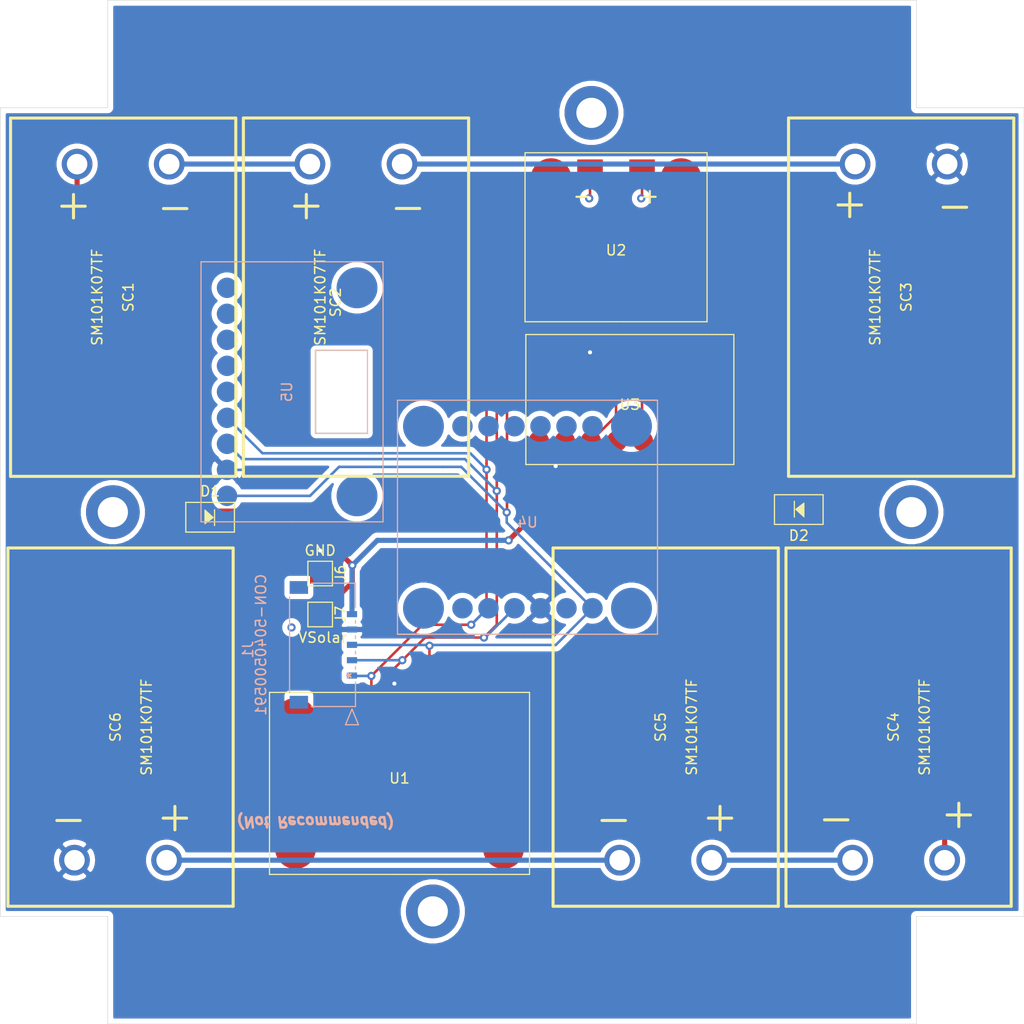
<source format=kicad_pcb>
(kicad_pcb (version 20171130) (host pcbnew "(5.1.10)-1")

  (general
    (thickness 1.6)
    (drawings 43)
    (tracks 509)
    (zones 0)
    (modules 20)
    (nets 53)
  )

  (page A4)
  (title_block
    (title "Solar Configuration for -Z; V4 Stucture")
    (date 2022-06-07)
    (rev 1.1)
  )

  (layers
    (0 F.Cu signal)
    (1 In1.Cu signal)
    (2 In2.Cu signal)
    (31 B.Cu signal)
    (32 B.Adhes user)
    (33 F.Adhes user)
    (34 B.Paste user)
    (35 F.Paste user)
    (36 B.SilkS user)
    (37 F.SilkS user)
    (38 B.Mask user)
    (39 F.Mask user)
    (40 Dwgs.User user hide)
    (41 Cmts.User user)
    (42 Eco1.User user)
    (43 Eco2.User user)
    (44 Edge.Cuts user)
    (45 Margin user hide)
    (46 B.CrtYd user hide)
    (47 F.CrtYd user hide)
    (48 B.Fab user hide)
    (49 F.Fab user hide)
  )

  (setup
    (last_trace_width 0.5)
    (user_trace_width 0.5)
    (trace_clearance 0.2)
    (zone_clearance 0.508)
    (zone_45_only no)
    (trace_min 0.25)
    (via_size 0.8)
    (via_drill 0.4)
    (via_min_size 0.8)
    (via_min_drill 0.3)
    (uvia_size 0.3)
    (uvia_drill 0.1)
    (uvias_allowed no)
    (uvia_min_size 0.3)
    (uvia_min_drill 0.1)
    (edge_width 0.05)
    (segment_width 0.2)
    (pcb_text_width 0.3)
    (pcb_text_size 1.5 1.5)
    (mod_edge_width 0.12)
    (mod_text_size 1 1)
    (mod_text_width 0.15)
    (pad_size 1.7 1.7)
    (pad_drill 1)
    (pad_to_mask_clearance 0)
    (aux_axis_origin 0 0)
    (visible_elements 7FFFFFFF)
    (pcbplotparams
      (layerselection 0x010fc_ffffffff)
      (usegerberextensions false)
      (usegerberattributes true)
      (usegerberadvancedattributes true)
      (creategerberjobfile true)
      (excludeedgelayer true)
      (linewidth 0.100000)
      (plotframeref false)
      (viasonmask false)
      (mode 1)
      (useauxorigin false)
      (hpglpennumber 1)
      (hpglpenspeed 20)
      (hpglpendiameter 15.000000)
      (psnegative false)
      (psa4output false)
      (plotreference true)
      (plotvalue true)
      (plotinvisibletext false)
      (padsonsilk false)
      (subtractmaskfromsilk false)
      (outputformat 1)
      (mirror false)
      (drillshape 0)
      (scaleselection 1)
      (outputdirectory "Extras/-Z/"))
  )

  (net 0 "")
  (net 1 GND)
  (net 2 +3V3)
  (net 3 VSOLAR)
  (net 4 "Net-(SC1-Pad2)")
  (net 5 "Net-(D1-Pad2)")
  (net 6 "Net-(D2-Pad2)")
  (net 7 SDA)
  (net 8 SCL)
  (net 9 "Net-(U1-Pad7)")
  (net 10 "Net-(U1-Pad8)")
  (net 11 "Net-(U1-Pad9)")
  (net 12 "Net-(U1-Pad2)")
  (net 13 "Net-(U1-Pad6)")
  (net 14 "Net-(U1-Pad10)")
  (net 15 "Net-(U2-Pad6)")
  (net 16 "Net-(U2-Pad9)")
  (net 17 "Net-(U2-Pad8)")
  (net 18 "Net-(U2-Pad5)")
  (net 19 "Net-(U3-Pad9)")
  (net 20 "Net-(U3-Pad10)")
  (net 21 "Net-(U3-Pad8)")
  (net 22 "Net-(U3-Pad7)")
  (net 23 "Net-(U3-Pad6)")
  (net 24 "Net-(U3-Pad5)")
  (net 25 "Net-(SC5-Pad2)")
  (net 26 "Net-(U4-Pad11)")
  (net 27 "Net-(U4-Pad12)")
  (net 28 "Net-(U4-Pad16)")
  (net 29 "Net-(U4-Pad7)")
  (net 30 "Net-(U4-Pad15)")
  (net 31 "Net-(U4-Pad8)")
  (net 32 "Net-(U4-Pad9)")
  (net 33 "Net-(U4-Pad10)")
  (net 34 "Net-(U4-Pad13)")
  (net 35 "Net-(U4-Pad2)")
  (net 36 "Net-(U4-Pad6)")
  (net 37 "Net-(U4-Pad14)")
  (net 38 "Net-(U5-Pad5)")
  (net 39 "Net-(U5-Pad6)")
  (net 40 "Net-(U5-Pad11)")
  (net 41 "Net-(U5-Pad10)")
  (net 42 "Net-(U5-Pad8)")
  (net 43 "Net-(U5-Pad7)")
  (net 44 "Net-(U5-Pad9)")
  (net 45 "Net-(J1-Pad7)")
  (net 46 "Net-(J1-Pad6)")
  (net 47 "Net-(J2-Pad1)")
  (net 48 "Net-(J3-Pad1)")
  (net 49 "Net-(J4-Pad1)")
  (net 50 "Net-(J5-Pad1)")
  (net 51 "Net-(SC2-Pad2)")
  (net 52 "Net-(SC4-Pad2)")

  (net_class Default "This is the default net class."
    (clearance 0.2)
    (trace_width 0.25)
    (via_dia 0.8)
    (via_drill 0.4)
    (uvia_dia 0.3)
    (uvia_drill 0.1)
    (add_net +3V3)
    (add_net GND)
    (add_net "Net-(D1-Pad2)")
    (add_net "Net-(D2-Pad2)")
    (add_net "Net-(J1-Pad6)")
    (add_net "Net-(J1-Pad7)")
    (add_net "Net-(J2-Pad1)")
    (add_net "Net-(J3-Pad1)")
    (add_net "Net-(J4-Pad1)")
    (add_net "Net-(J5-Pad1)")
    (add_net "Net-(SC1-Pad2)")
    (add_net "Net-(SC2-Pad2)")
    (add_net "Net-(SC4-Pad2)")
    (add_net "Net-(SC5-Pad2)")
    (add_net "Net-(U1-Pad10)")
    (add_net "Net-(U1-Pad2)")
    (add_net "Net-(U1-Pad6)")
    (add_net "Net-(U1-Pad7)")
    (add_net "Net-(U1-Pad8)")
    (add_net "Net-(U1-Pad9)")
    (add_net "Net-(U2-Pad5)")
    (add_net "Net-(U2-Pad6)")
    (add_net "Net-(U2-Pad8)")
    (add_net "Net-(U2-Pad9)")
    (add_net "Net-(U3-Pad10)")
    (add_net "Net-(U3-Pad5)")
    (add_net "Net-(U3-Pad6)")
    (add_net "Net-(U3-Pad7)")
    (add_net "Net-(U3-Pad8)")
    (add_net "Net-(U3-Pad9)")
    (add_net "Net-(U4-Pad10)")
    (add_net "Net-(U4-Pad11)")
    (add_net "Net-(U4-Pad12)")
    (add_net "Net-(U4-Pad13)")
    (add_net "Net-(U4-Pad14)")
    (add_net "Net-(U4-Pad15)")
    (add_net "Net-(U4-Pad16)")
    (add_net "Net-(U4-Pad2)")
    (add_net "Net-(U4-Pad6)")
    (add_net "Net-(U4-Pad7)")
    (add_net "Net-(U4-Pad8)")
    (add_net "Net-(U4-Pad9)")
    (add_net "Net-(U5-Pad10)")
    (add_net "Net-(U5-Pad11)")
    (add_net "Net-(U5-Pad5)")
    (add_net "Net-(U5-Pad6)")
    (add_net "Net-(U5-Pad7)")
    (add_net "Net-(U5-Pad8)")
    (add_net "Net-(U5-Pad9)")
    (add_net SCL)
    (add_net SDA)
    (add_net VSOLAR)
  )

  (module SolarPanelBoards:SM101K07TF (layer F.Cu) (tedit 614D4B0F) (tstamp 6273A7C4)
    (at 164.5 106 270)
    (path /62735AFD)
    (fp_text reference SC5 (at 0 0.5 90) (layer F.SilkS)
      (effects (font (size 1 1) (thickness 0.15)))
    )
    (fp_text value SM101K07TF (at 0 -2.54 90) (layer F.SilkS)
      (effects (font (size 1 1) (thickness 0.15)))
    )
    (fp_line (start -17.5 -11) (end 17.5 -11) (layer F.SilkS) (width 0.3))
    (fp_line (start 17.5 -11) (end 17.5 11) (layer F.SilkS) (width 0.3))
    (fp_line (start 17.5 11) (end -17.5 11) (layer F.SilkS) (width 0.3))
    (fp_line (start -17.5 11) (end -17.5 -11) (layer F.SilkS) (width 0.3))
    (fp_text user - (at 8.89 5.08) (layer F.SilkS)
      (effects (font (size 3 3) (thickness 0.3)))
    )
    (fp_text user + (at 8.89 -5.08 90) (layer F.SilkS)
      (effects (font (size 3 3) (thickness 0.3)))
    )
    (pad 2 thru_hole circle (at 13 4.5 270) (size 3 3) (drill 2) (layers *.Cu *.Mask)
      (net 25 "Net-(SC5-Pad2)"))
    (pad 1 thru_hole circle (at 13 -4.5 270) (size 3 3) (drill 2) (layers *.Cu *.Mask)
      (net 52 "Net-(SC4-Pad2)"))
    (model ${KIPRJMOD}/Extras/3-DComponents/SM101K07TF.STEP
      (offset (xyz -17.5 11 0))
      (scale (xyz 1 1 1))
      (rotate (xyz -90 0 90))
    )
  )

  (module TestPoint:TestPoint_Pad_2.0x2.0mm (layer F.Cu) (tedit 5A0F774F) (tstamp 62A01AC2)
    (at 130.75 95 270)
    (descr "SMD rectangular pad as test Point, square 2.0mm side length")
    (tags "test point SMD pad rectangle square")
    (path /62A0AAEE)
    (attr virtual)
    (fp_text reference J7 (at 0 -1.998 90) (layer F.SilkS)
      (effects (font (size 1 1) (thickness 0.15)))
    )
    (fp_text value Conn_01x01 (at 0 2.05 90) (layer F.Fab)
      (effects (font (size 1 1) (thickness 0.15)))
    )
    (fp_line (start 1.5 1.5) (end -1.5 1.5) (layer F.CrtYd) (width 0.05))
    (fp_line (start 1.5 1.5) (end 1.5 -1.5) (layer F.CrtYd) (width 0.05))
    (fp_line (start -1.5 -1.5) (end -1.5 1.5) (layer F.CrtYd) (width 0.05))
    (fp_line (start -1.5 -1.5) (end 1.5 -1.5) (layer F.CrtYd) (width 0.05))
    (fp_line (start -1.2 1.2) (end -1.2 -1.2) (layer F.SilkS) (width 0.12))
    (fp_line (start 1.2 1.2) (end -1.2 1.2) (layer F.SilkS) (width 0.12))
    (fp_line (start 1.2 -1.2) (end 1.2 1.2) (layer F.SilkS) (width 0.12))
    (fp_line (start -1.2 -1.2) (end 1.2 -1.2) (layer F.SilkS) (width 0.12))
    (fp_text user %R (at 0 -2 90) (layer F.Fab)
      (effects (font (size 1 1) (thickness 0.15)))
    )
    (pad 1 smd rect (at 0 0 270) (size 2 2) (layers F.Cu F.Mask)
      (net 3 VSOLAR))
  )

  (module TestPoint:TestPoint_Pad_2.0x2.0mm (layer F.Cu) (tedit 5A0F774F) (tstamp 62A01AB4)
    (at 130.75 91 270)
    (descr "SMD rectangular pad as test Point, square 2.0mm side length")
    (tags "test point SMD pad rectangle square")
    (path /62A0AAE8)
    (attr virtual)
    (fp_text reference J6 (at 0 -1.998 90) (layer F.SilkS)
      (effects (font (size 1 1) (thickness 0.15)))
    )
    (fp_text value Conn_01x01 (at 0 2.05 90) (layer F.Fab)
      (effects (font (size 1 1) (thickness 0.15)))
    )
    (fp_line (start 1.5 1.5) (end -1.5 1.5) (layer F.CrtYd) (width 0.05))
    (fp_line (start 1.5 1.5) (end 1.5 -1.5) (layer F.CrtYd) (width 0.05))
    (fp_line (start -1.5 -1.5) (end -1.5 1.5) (layer F.CrtYd) (width 0.05))
    (fp_line (start -1.5 -1.5) (end 1.5 -1.5) (layer F.CrtYd) (width 0.05))
    (fp_line (start -1.2 1.2) (end -1.2 -1.2) (layer F.SilkS) (width 0.12))
    (fp_line (start 1.2 1.2) (end -1.2 1.2) (layer F.SilkS) (width 0.12))
    (fp_line (start 1.2 -1.2) (end 1.2 1.2) (layer F.SilkS) (width 0.12))
    (fp_line (start -1.2 -1.2) (end 1.2 -1.2) (layer F.SilkS) (width 0.12))
    (fp_text user %R (at 0 -2 90) (layer F.Fab)
      (effects (font (size 1 1) (thickness 0.15)))
    )
    (pad 1 smd rect (at 0 0 270) (size 2 2) (layers F.Cu F.Mask)
      (net 1 GND))
  )

  (module SolarPanelBoards:APDS9960 (layer F.Cu) (tedit 6275D630) (tstamp 627A265B)
    (at 138.5 111.5 180)
    (path /627B918E)
    (fp_text reference U1 (at 0 0.5) (layer F.SilkS)
      (effects (font (size 1 1) (thickness 0.15)))
    )
    (fp_text value APDS9960_Breakout (at 0 -0.5) (layer F.Fab)
      (effects (font (size 1 1) (thickness 0.15)))
    )
    (fp_line (start -12.7 0) (end -12.7 -8.89) (layer F.SilkS) (width 0.12))
    (fp_line (start 0 -8.89) (end -12.7 -8.89) (layer F.SilkS) (width 0.12))
    (fp_line (start 0 -8.89) (end 12.7 -8.89) (layer F.SilkS) (width 0.12))
    (fp_line (start 12.7 0) (end 12.7 -8.89) (layer F.SilkS) (width 0.12))
    (fp_line (start -12.7 0) (end -12.7 8.89) (layer F.SilkS) (width 0.12))
    (fp_line (start 0 8.89) (end -12.7 8.89) (layer F.SilkS) (width 0.12))
    (fp_line (start 12.7 0) (end 12.7 8.89) (layer F.SilkS) (width 0.12))
    (fp_line (start 0 8.89) (end 12.7 8.89) (layer F.SilkS) (width 0.12))
    (pad 10 smd circle (at 10.16 6.35 180) (size 4 4) (layers F.Cu F.Paste F.Mask)
      (net 14 "Net-(U1-Pad10)"))
    (pad 4 smd circle (at 1.27 6.35 180) (size 2 2) (layers F.Cu F.Paste F.Mask)
      (net 8 SCL))
    (pad 5 smd circle (at 3.81 6.35 180) (size 2 2) (layers F.Cu F.Paste F.Mask)
      (net 7 SDA))
    (pad 6 smd circle (at 6.35 6.35 180) (size 2 2) (layers F.Cu F.Paste F.Mask)
      (net 13 "Net-(U1-Pad6)"))
    (pad 1 smd circle (at -6.35 6.35 180) (size 2 2) (layers F.Cu F.Paste F.Mask)
      (net 2 +3V3))
    (pad 3 smd circle (at -1.27 6.35 180) (size 2 2) (layers F.Cu F.Paste F.Mask)
      (net 1 GND))
    (pad 2 smd circle (at -3.81 6.35 180) (size 2 2) (layers F.Cu F.Paste F.Mask)
      (net 12 "Net-(U1-Pad2)"))
    (pad 9 smd circle (at -10.16 6.35 180) (size 4 4) (layers F.Cu F.Paste F.Mask)
      (net 11 "Net-(U1-Pad9)"))
    (pad 8 smd circle (at 10.16 -6.35) (size 4 4) (layers F.Cu F.Paste F.Mask)
      (net 10 "Net-(U1-Pad8)"))
    (pad 7 smd circle (at -10.16 -6.35) (size 4 4) (layers F.Cu F.Paste F.Mask)
      (net 9 "Net-(U1-Pad7)"))
    (model ${KIPRJMOD}/Extras/3-DComponents/APDS9960.STEP
      (offset (xyz 12.75 8.75 0))
      (scale (xyz 1 1 1))
      (rotate (xyz 90 180 0))
    )
  )

  (module SolarPanelBoards:MountingHoles (layer F.Cu) (tedit 62799324) (tstamp 6279FA77)
    (at 188.5 85)
    (path /627AFD2B)
    (fp_text reference J5 (at 0 0.5) (layer F.SilkS)
      (effects (font (size 1 1) (thickness 0.15)))
    )
    (fp_text value Conn_01x01 (at 0 -0.5) (layer F.Fab)
      (effects (font (size 1 1) (thickness 0.15)))
    )
    (pad 1 thru_hole circle (at 0 0) (size 5.25 5.25) (drill 2.95) (layers *.Cu *.Mask)
      (net 50 "Net-(J5-Pad1)"))
  )

  (module SolarPanelBoards:MountingHoles (layer F.Cu) (tedit 62799324) (tstamp 6279FA72)
    (at 157.25 46)
    (path /627AF8FB)
    (fp_text reference J4 (at 0 0.5) (layer F.SilkS)
      (effects (font (size 1 1) (thickness 0.15)))
    )
    (fp_text value Conn_01x01 (at 0 -0.5) (layer F.Fab)
      (effects (font (size 1 1) (thickness 0.15)))
    )
    (pad 1 thru_hole circle (at 0 0) (size 5.25 5.25) (drill 2.95) (layers *.Cu *.Mask)
      (net 49 "Net-(J4-Pad1)"))
  )

  (module SolarPanelBoards:MountingHoles (layer F.Cu) (tedit 62799324) (tstamp 6279FA6D)
    (at 141.75 124)
    (path /627AF4DB)
    (fp_text reference J3 (at 0 0.5) (layer F.SilkS)
      (effects (font (size 1 1) (thickness 0.15)))
    )
    (fp_text value Conn_01x01 (at 0 -0.5) (layer F.Fab)
      (effects (font (size 1 1) (thickness 0.15)))
    )
    (pad 1 thru_hole circle (at 0 0) (size 5.25 5.25) (drill 2.95) (layers *.Cu *.Mask)
      (net 48 "Net-(J3-Pad1)"))
  )

  (module SolarPanelBoards:MountingHoles (layer F.Cu) (tedit 62799324) (tstamp 6279FA68)
    (at 110.5 85)
    (path /627AF0A0)
    (fp_text reference J2 (at 0 0.5) (layer F.SilkS)
      (effects (font (size 1 1) (thickness 0.15)))
    )
    (fp_text value Conn_01x01 (at 0 -0.5) (layer F.Fab)
      (effects (font (size 1 1) (thickness 0.15)))
    )
    (pad 1 thru_hole circle (at 0 0) (size 5.25 5.25) (drill 2.95) (layers *.Cu *.Mask)
      (net 47 "Net-(J2-Pad1)"))
  )

  (module SolarPanelBoards:BNO080 (layer B.Cu) (tedit 6275D6A8) (tstamp 627674CA)
    (at 151 85.5 180)
    (path /62738450)
    (fp_text reference U4 (at 0 -0.5) (layer B.SilkS)
      (effects (font (size 1 1) (thickness 0.15)) (justify mirror))
    )
    (fp_text value BNO080_Breakout (at 0 0.5) (layer B.Fab)
      (effects (font (size 1 1) (thickness 0.15)) (justify mirror))
    )
    (fp_line (start 12.7 2.54) (end 12.7 11.43) (layer B.SilkS) (width 0.12))
    (fp_line (start -12.7 2.54) (end -12.7 11.43) (layer B.SilkS) (width 0.12))
    (fp_line (start -12.7 2.54) (end -12.7 0) (layer B.SilkS) (width 0.12))
    (fp_line (start -12.7 11.43) (end -10.922 11.43) (layer B.SilkS) (width 0.12))
    (fp_line (start 0 11.43) (end -12.7 11.43) (layer B.SilkS) (width 0.12))
    (fp_line (start 0 11.43) (end 12.7 11.43) (layer B.SilkS) (width 0.12))
    (fp_line (start 12.7 2.54) (end 12.7 0) (layer B.SilkS) (width 0.12))
    (fp_line (start -12.7 -2.54) (end -12.7 0) (layer B.SilkS) (width 0.12))
    (fp_line (start 12.7 -2.54) (end 12.7 0) (layer B.SilkS) (width 0.12))
    (fp_line (start 12.7 -11.43) (end 10.922 -11.43) (layer B.SilkS) (width 0.12))
    (fp_line (start -12.7 -2.54) (end -12.7 -11.43) (layer B.SilkS) (width 0.12))
    (fp_line (start 0 -11.43) (end -12.7 -11.43) (layer B.SilkS) (width 0.12))
    (fp_line (start 12.7 -2.54) (end 12.7 -11.43) (layer B.SilkS) (width 0.12))
    (fp_line (start 0 -11.43) (end 12.7 -11.43) (layer B.SilkS) (width 0.12))
    (pad 11 smd circle (at 3.81 8.89) (size 2 2) (layers B.Cu B.Paste B.Mask)
      (net 26 "Net-(U4-Pad11)"))
    (pad 12 smd circle (at 6.35 8.89) (size 2 2) (layers B.Cu B.Paste B.Mask)
      (net 27 "Net-(U4-Pad12)"))
    (pad 16 smd circle (at 10.16 8.89) (size 4 4) (layers B.Cu B.Paste B.Mask)
      (net 28 "Net-(U4-Pad16)"))
    (pad 7 smd circle (at -6.35 8.89) (size 2 2) (layers B.Cu B.Paste B.Mask)
      (net 29 "Net-(U4-Pad7)"))
    (pad 15 smd circle (at -10.16 8.89) (size 4 4) (layers B.Cu B.Paste B.Mask)
      (net 30 "Net-(U4-Pad15)"))
    (pad 8 smd circle (at -3.81 8.89) (size 2 2) (layers B.Cu B.Paste B.Mask)
      (net 31 "Net-(U4-Pad8)"))
    (pad 9 smd circle (at -1.27 8.89) (size 2 2) (layers B.Cu B.Paste B.Mask)
      (net 32 "Net-(U4-Pad9)"))
    (pad 10 smd circle (at 1.27 8.89) (size 2 2) (layers B.Cu B.Paste B.Mask)
      (net 33 "Net-(U4-Pad10)"))
    (pad 13 smd circle (at -10.16 -8.89 180) (size 4 4) (layers B.Cu B.Paste B.Mask)
      (net 34 "Net-(U4-Pad13)"))
    (pad 2 smd circle (at -3.81 -8.89 180) (size 2 2) (layers B.Cu B.Paste B.Mask)
      (net 35 "Net-(U4-Pad2)"))
    (pad 3 smd circle (at -1.27 -8.89 180) (size 2 2) (layers B.Cu B.Paste B.Mask)
      (net 1 GND))
    (pad 1 smd circle (at -6.35 -8.89 180) (size 2 2) (layers B.Cu B.Paste B.Mask)
      (net 2 +3V3))
    (pad 6 smd circle (at 6.35 -8.89 180) (size 2 2) (layers B.Cu B.Paste B.Mask)
      (net 36 "Net-(U4-Pad6)"))
    (pad 5 smd circle (at 3.81 -8.89 180) (size 2 2) (layers B.Cu B.Paste B.Mask)
      (net 7 SDA))
    (pad 4 smd circle (at 1.27 -8.89 180) (size 2 2) (layers B.Cu B.Paste B.Mask)
      (net 8 SCL))
    (pad 14 smd circle (at 10.16 -8.89 180) (size 4 4) (layers B.Cu B.Paste B.Mask)
      (net 37 "Net-(U4-Pad14)"))
    (model ${KIPRJMOD}/Extras/3-DComponents/BNO085.STEP
      (offset (xyz 12.75 11.5 0))
      (scale (xyz 1 1 1))
      (rotate (xyz 90 180 0))
    )
  )

  (module SolarPanelBoards:CON_5040500591 (layer B.Cu) (tedit 62771E74) (tstamp 627790F3)
    (at 133.858 100.965 270)
    (path /6279044E)
    (fp_text reference J1 (at -2.54 10.16 90) (layer B.SilkS)
      (effects (font (size 1 1) (thickness 0.15)) (justify mirror))
    )
    (fp_text value CON-5040500591 (at -3.000002 8.89 90) (layer B.SilkS)
      (effects (font (size 1 1) (thickness 0.15)) (justify mirror))
    )
    (fp_line (start 4.294987 7.370001) (end -10.294989 7.370001) (layer B.CrtYd) (width 0.05))
    (fp_line (start 4.294987 -1.61) (end 4.294987 7.370001) (layer B.CrtYd) (width 0.05))
    (fp_line (start -10.294989 -1.61) (end 4.294987 -1.61) (layer B.CrtYd) (width 0.05))
    (fp_line (start -10.294989 7.370001) (end -10.294989 -1.61) (layer B.CrtYd) (width 0.05))
    (fp_line (start -5.379961 -0.34) (end -5.120041 -0.34) (layer B.SilkS) (width 0.12))
    (fp_line (start -3.879961 -0.34) (end -3.620039 -0.34) (layer B.SilkS) (width 0.12))
    (fp_line (start -2.379959 -0.34) (end -2.12004 -0.34) (layer B.SilkS) (width 0.12))
    (fp_line (start -0.87996 -0.34) (end -0.62004 -0.34) (layer B.SilkS) (width 0.12))
    (fp_line (start 0.62004 -0.34) (end 3.024988 -0.34) (layer B.SilkS) (width 0.12))
    (fp_line (start -9.024989 6.100001) (end -9.024989 -0.34) (layer B.Fab) (width 0.1))
    (fp_line (start 3.024988 6.100001) (end -9.024989 6.100001) (layer B.Fab) (width 0.1))
    (fp_line (start 3.024988 -0.34) (end 3.024988 6.100001) (layer B.Fab) (width 0.1))
    (fp_line (start -9.024989 -0.34) (end 3.024988 -0.34) (layer B.Fab) (width 0.1))
    (fp_line (start 1.660115 6.1) (end -7.660116 6.1) (layer B.SilkS) (width 0.12))
    (fp_line (start 3.024988 -0.34) (end 3.024988 3.96996) (layer B.SilkS) (width 0.12))
    (fp_line (start -9.024989 -0.34) (end -6.620041 -0.34) (layer B.SilkS) (width 0.12))
    (fp_line (start -9.024989 3.96996) (end -9.024989 -0.34) (layer B.SilkS) (width 0.12))
    (fp_line (start 4.802987 -0.635) (end 3.278987 0) (layer B.Fab) (width 0.1))
    (fp_line (start 4.802987 0.635) (end 4.802987 -0.635) (layer B.Fab) (width 0.1))
    (fp_line (start 3.278987 0) (end 4.802987 0.635) (layer B.Fab) (width 0.1))
    (fp_line (start 4.802987 -0.635) (end 3.278987 0) (layer B.SilkS) (width 0.12))
    (fp_line (start 4.802987 0.635) (end 4.802987 -0.635) (layer B.SilkS) (width 0.12))
    (fp_line (start 3.278987 0) (end 4.802987 0.635) (layer B.SilkS) (width 0.12))
    (fp_line (start 4.294987 7.370001) (end -10.294989 7.370001) (layer B.CrtYd) (width 0.05))
    (fp_line (start 4.294987 -1.61) (end 4.294987 7.370001) (layer B.CrtYd) (width 0.05))
    (fp_line (start -10.294989 -1.61) (end 4.294987 -1.61) (layer B.CrtYd) (width 0.05))
    (fp_line (start -10.294989 7.370001) (end -10.294989 -1.61) (layer B.CrtYd) (width 0.05))
    (fp_text user MAXIMUM_PACKAGE_HEIGHT:_2_MM (at -9.024989 -6.599999 90) (layer Cmts.User)
      (effects (font (size 1 1) (thickness 0.15)))
    )
    (fp_text user MAXIMUM_PACKAGE_HEIGHT:_2_MM (at -9.024989 -6.599999 90) (layer Cmts.User)
      (effects (font (size 1 1) (thickness 0.15)))
    )
    (fp_text user NOTE (at -9.024989 -4.059999 90) (layer Cmts.User)
      (effects (font (size 1 1) (thickness 0.15)))
    )
    (fp_text user NOTE (at -9.024989 -4.059999 90) (layer Cmts.User)
      (effects (font (size 1 1) (thickness 0.15)))
    )
    (fp_text user 5040500591 (at -0.206002 -2.961997 90) (layer B.Fab)
      (effects (font (size 1 1) (thickness 0.15)) (justify mirror))
    )
    (fp_text user * (at 0 0 90) (layer B.Fab)
      (effects (font (size 1 1) (thickness 0.15)) (justify mirror))
    )
    (fp_text user * (at 0 0 90) (layer B.SilkS)
      (effects (font (size 1 1) (thickness 0.15)) (justify mirror))
    )
    (fp_text user "Copyright 2021 Accelerated Designs. All rights reserved." (at 0 0 90) (layer Cmts.User)
      (effects (font (size 0.127 0.127) (thickness 0.002)))
    )
    (pad 7 smd rect (at -8.604999 5.19 270) (size 1.25 1.8) (layers B.Cu B.Paste B.Mask)
      (net 45 "Net-(J1-Pad7)"))
    (pad 6 smd rect (at 2.604999 5.19 270) (size 1.25 1.8) (layers B.Cu B.Paste B.Mask)
      (net 46 "Net-(J1-Pad6)"))
    (pad 5 smd rect (at -6.000001 0 270) (size 0.6 1) (layers B.Cu B.Paste B.Mask)
      (net 3 VSOLAR))
    (pad 4 smd rect (at -4.500001 0 270) (size 0.6 1) (layers B.Cu B.Paste B.Mask)
      (net 1 GND))
    (pad 3 smd rect (at -2.999999 0 270) (size 0.6 1) (layers B.Cu B.Paste B.Mask)
      (net 2 +3V3))
    (pad 2 smd rect (at -1.5 0 270) (size 0.6 1) (layers B.Cu B.Paste B.Mask)
      (net 8 SCL))
    (pad 1 smd rect (at 0 0 270) (size 0.6 1) (layers B.Cu B.Paste B.Mask)
      (net 7 SDA))
    (model ${KIPRJMOD}/Extras/3-DComponents/5040500591.stp
      (offset (xyz -3 4.75 1))
      (scale (xyz 1 1 1))
      (rotate (xyz 0 0 0))
    )
  )

  (module SolarPanelBoards:MCP9601 (layer B.Cu) (tedit 6275D877) (tstamp 62767080)
    (at 128 73.25 90)
    (path /62750886)
    (fp_text reference U5 (at 0 -0.5 90) (layer B.SilkS)
      (effects (font (size 1 1) (thickness 0.15)) (justify mirror))
    )
    (fp_text value MCP9601_Breakout (at 0 0.5 90) (layer B.Fab)
      (effects (font (size 1 1) (thickness 0.15)) (justify mirror))
    )
    (fp_line (start 0 -8.89) (end 12.7 -8.89) (layer B.SilkS) (width 0.12))
    (fp_line (start 12.7 0) (end 12.7 -8.89) (layer B.SilkS) (width 0.12))
    (fp_line (start 0 -8.89) (end -12.7 -8.89) (layer B.SilkS) (width 0.12))
    (fp_line (start -12.7 0) (end -12.7 -8.89) (layer B.SilkS) (width 0.12))
    (fp_line (start 12.7 0) (end 12.7 8.89) (layer B.SilkS) (width 0.12))
    (fp_line (start 0 8.89) (end 12.7 8.89) (layer B.SilkS) (width 0.12))
    (fp_line (start 0 8.89) (end -12.7 8.89) (layer B.SilkS) (width 0.12))
    (fp_line (start -12.7 0) (end -12.7 8.89) (layer B.SilkS) (width 0.12))
    (fp_line (start 4.064 3.302) (end 4.064 6.858) (layer B.SilkS) (width 0.12))
    (fp_line (start -4.064 6.858) (end -4.064 3.302) (layer B.SilkS) (width 0.12))
    (fp_line (start 4.064 3.302) (end 4.064 2.286) (layer B.SilkS) (width 0.12))
    (fp_line (start 4.064 2.286) (end -4.064 2.286) (layer B.SilkS) (width 0.12))
    (fp_line (start -4.064 2.286) (end -4.064 3.302) (layer B.SilkS) (width 0.12))
    (fp_line (start -4.064 6.858) (end -4.064 7.366) (layer B.SilkS) (width 0.12))
    (fp_line (start -4.064 7.366) (end 4.064 7.366) (layer B.SilkS) (width 0.12))
    (fp_line (start 4.064 7.366) (end 4.064 6.858) (layer B.SilkS) (width 0.12))
    (pad 4 smd circle (at -2.54 -6.35 90) (size 2 2) (layers B.Cu B.Paste B.Mask)
      (net 7 SDA))
    (pad 5 smd circle (at 0 -6.35 90) (size 2 2) (layers B.Cu B.Paste B.Mask)
      (net 38 "Net-(U5-Pad5)"))
    (pad 6 smd circle (at 2.54 -6.35 90) (size 2 2) (layers B.Cu B.Paste B.Mask)
      (net 39 "Net-(U5-Pad6)"))
    (pad 1 smd circle (at -10.16 -6.35 90) (size 2 2) (layers B.Cu B.Paste B.Mask)
      (net 2 +3V3))
    (pad 3 smd circle (at -5.08 -6.35 90) (size 2 2) (layers B.Cu B.Paste B.Mask)
      (net 8 SCL))
    (pad 2 smd circle (at -7.62 -6.35 90) (size 2 2) (layers B.Cu B.Paste B.Mask)
      (net 1 GND))
    (pad 11 smd circle (at 10.16 6.35 270) (size 4 4) (layers B.Cu B.Paste B.Mask)
      (net 40 "Net-(U5-Pad11)"))
    (pad 10 smd circle (at -10.16 6.35 270) (size 4 4) (layers B.Cu B.Paste B.Mask)
      (net 41 "Net-(U5-Pad10)"))
    (pad 8 smd circle (at 7.62 -6.35 90) (size 2 2) (layers B.Cu B.Paste B.Mask)
      (net 42 "Net-(U5-Pad8)"))
    (pad 7 smd circle (at 5.08 -6.35 90) (size 2 2) (layers B.Cu B.Paste B.Mask)
      (net 43 "Net-(U5-Pad7)"))
    (pad 9 smd circle (at 10.16 -6.35 90) (size 2 2) (layers B.Cu B.Paste B.Mask)
      (net 44 "Net-(U5-Pad9)"))
    (model ${KIPRJMOD}/Extras/3-DComponents/MCP9601.STEP
      (offset (xyz -12.75 -9 0))
      (scale (xyz 1 1 1))
      (rotate (xyz -90 0 0))
    )
  )

  (module SolarPanelBoards:DO-214AC (layer F.Cu) (tedit 6275D7B7) (tstamp 62765C39)
    (at 177.5 84.75)
    (descr "Diode Footprint for CDBA240LL-HF")
    (path /61455D66)
    (attr smd)
    (fp_text reference D2 (at 0 2.54) (layer F.SilkS)
      (effects (font (size 1 1) (thickness 0.15)))
    )
    (fp_text value CDBA240LL-HF (at 0 -2.54) (layer F.Fab)
      (effects (font (size 1 1) (thickness 0.15)))
    )
    (fp_line (start -2.375 1.45) (end 2.375 1.45) (layer F.SilkS) (width 0.12))
    (fp_line (start 2.375 1.45) (end 2.375 -1.45) (layer F.SilkS) (width 0.12))
    (fp_line (start -2.375 1.45) (end -2.375 -1.45) (layer F.SilkS) (width 0.12))
    (fp_line (start -2.375 -1.45) (end 2.375 -1.45) (layer F.SilkS) (width 0.12))
    (fp_poly (pts (xy 0.508 0.7112) (xy -0.3048 -0.0254) (xy 0.508 -0.635)) (layer F.SilkS) (width 0.1))
    (fp_line (start -0.4318 -0.8128) (end -0.4318 0.7366) (layer F.SilkS) (width 0.12))
    (pad 2 smd rect (at 2 0) (size 2.5 1.7) (layers F.Cu F.Paste F.Mask)
      (net 6 "Net-(D2-Pad2)"))
    (pad 1 smd rect (at -2 0) (size 2.5 1.7) (layers F.Cu F.Paste F.Mask)
      (net 3 VSOLAR))
    (model ${KIPRJMOD}/Extras/3-DComponents/CDBA240LL-HF.STEP
      (offset (xyz -2.5 1.25 0))
      (scale (xyz 1 1 1))
      (rotate (xyz -90 0 0))
    )
  )

  (module SolarPanelBoards:DO-214AC (layer F.Cu) (tedit 6275D7B7) (tstamp 62765C2D)
    (at 120 85.5 180)
    (descr "Diode Footprint for CDBA240LL-HF")
    (path /61067859)
    (attr smd)
    (fp_text reference D1 (at 0 2.54) (layer F.SilkS)
      (effects (font (size 1 1) (thickness 0.15)))
    )
    (fp_text value CDBA240LL-HF (at 0 -2.54) (layer F.Fab)
      (effects (font (size 1 1) (thickness 0.15)))
    )
    (fp_line (start -2.375 1.45) (end 2.375 1.45) (layer F.SilkS) (width 0.12))
    (fp_line (start 2.375 1.45) (end 2.375 -1.45) (layer F.SilkS) (width 0.12))
    (fp_line (start -2.375 1.45) (end -2.375 -1.45) (layer F.SilkS) (width 0.12))
    (fp_line (start -2.375 -1.45) (end 2.375 -1.45) (layer F.SilkS) (width 0.12))
    (fp_poly (pts (xy 0.508 0.7112) (xy -0.3048 -0.0254) (xy 0.508 -0.635)) (layer F.SilkS) (width 0.1))
    (fp_line (start -0.4318 -0.8128) (end -0.4318 0.7366) (layer F.SilkS) (width 0.12))
    (pad 2 smd rect (at 2 0 180) (size 2.5 1.7) (layers F.Cu F.Paste F.Mask)
      (net 5 "Net-(D1-Pad2)"))
    (pad 1 smd rect (at -2 0 180) (size 2.5 1.7) (layers F.Cu F.Paste F.Mask)
      (net 3 VSOLAR))
    (model ${KIPRJMOD}/Extras/3-DComponents/CDBA240LL-HF.STEP
      (offset (xyz -2.5 1.25 0))
      (scale (xyz 1 1 1))
      (rotate (xyz -90 0 0))
    )
  )

  (module SolarPanelBoards:MCP9808 (layer F.Cu) (tedit 6275D907) (tstamp 627658FF)
    (at 161 74)
    (path /62748135)
    (fp_text reference U3 (at 0 0.5) (layer F.SilkS)
      (effects (font (size 1 1) (thickness 0.15)))
    )
    (fp_text value MCP9808_Breakout (at 0 -0.5) (layer F.Fab)
      (effects (font (size 1 1) (thickness 0.15)))
    )
    (fp_line (start 0 6.35) (end 10.16 6.35) (layer F.SilkS) (width 0.12))
    (fp_line (start 10.16 6.35) (end 10.16 0) (layer F.SilkS) (width 0.12))
    (fp_line (start 0 6.35) (end -10.16 6.35) (layer F.SilkS) (width 0.12))
    (fp_line (start -10.16 6.35) (end -10.16 0) (layer F.SilkS) (width 0.12))
    (fp_line (start 10.16 -6.35) (end 10.16 0) (layer F.SilkS) (width 0.12))
    (fp_line (start 0 -6.35) (end 10.16 -6.35) (layer F.SilkS) (width 0.12))
    (fp_line (start -10.16 -6.35) (end -10.16 0) (layer F.SilkS) (width 0.12))
    (fp_line (start 0 -6.35) (end -10.16 -6.35) (layer F.SilkS) (width 0.12))
    (pad 9 smd circle (at -7.62 -3.81) (size 4 4) (layers F.Cu F.Paste F.Mask)
      (net 19 "Net-(U3-Pad9)"))
    (pad 10 smd circle (at 7.62 -3.81) (size 4 4) (layers F.Cu F.Paste F.Mask)
      (net 20 "Net-(U3-Pad10)"))
    (pad 3 smd circle (at -3.81 4.064) (size 2 2) (layers F.Cu F.Paste F.Mask)
      (net 8 SCL))
    (pad 4 smd circle (at -1.27 4.064) (size 2 2) (layers F.Cu F.Paste F.Mask)
      (net 7 SDA))
    (pad 1 smd circle (at -8.89 4.064) (size 2 2) (layers F.Cu F.Paste F.Mask)
      (net 2 +3V3))
    (pad 2 smd circle (at -6.35 4.064) (size 2 2) (layers F.Cu F.Paste F.Mask)
      (net 1 GND))
    (pad 8 smd circle (at 8.89 4.064) (size 2 2) (layers F.Cu F.Paste F.Mask)
      (net 21 "Net-(U3-Pad8)"))
    (pad 7 smd circle (at 6.35 4.064) (size 2 2) (layers F.Cu F.Paste F.Mask)
      (net 22 "Net-(U3-Pad7)"))
    (pad 6 smd circle (at 3.81 4.064) (size 2 2) (layers F.Cu F.Paste F.Mask)
      (net 23 "Net-(U3-Pad6)"))
    (pad 5 smd circle (at 1.27 4.064) (size 2 2) (layers F.Cu F.Paste F.Mask)
      (net 24 "Net-(U3-Pad5)"))
    (model ${KIPRJMOD}/Extras/3-DComponents/MCP9808.STEP
      (offset (xyz -10.5 -6.5 0))
      (scale (xyz 1 1 1))
      (rotate (xyz -90 0 0))
    )
  )

  (module SolarPanelBoards:DRV2605L (layer F.Cu) (tedit 6275D81F) (tstamp 627642EE)
    (at 159.65 64.5)
    (path /62747843)
    (fp_text reference U2 (at 0 -5.08) (layer F.SilkS)
      (effects (font (size 1 1) (thickness 0.15)))
    )
    (fp_text value DRV2605L_Breakout (at 0 -6.35) (layer F.Fab)
      (effects (font (size 1 1) (thickness 0.15)))
    )
    (fp_line (start 0 1.905) (end 8.89 1.905) (layer F.SilkS) (width 0.12))
    (fp_line (start 0 1.905) (end -8.89 1.905) (layer F.SilkS) (width 0.12))
    (fp_line (start -8.89 1.905) (end -8.89 0) (layer F.SilkS) (width 0.12))
    (fp_line (start -8.89 0) (end -8.89 -14.605) (layer F.SilkS) (width 0.12))
    (fp_line (start 8.89 1.905) (end 8.89 -14.605) (layer F.SilkS) (width 0.12))
    (fp_line (start -8.89 -14.605) (end 8.89 -14.605) (layer F.SilkS) (width 0.12))
    (fp_text user + (at 3.302 -10.414) (layer F.SilkS)
      (effects (font (size 1.5 1.5) (thickness 0.2)))
    )
    (fp_text user - (at -3.302 -10.414) (layer F.SilkS)
      (effects (font (size 1.5 1.5) (thickness 0.2)))
    )
    (pad 7 smd rect (at 2.54 -12.7) (size 2.5 2.5) (layers F.Cu F.Paste F.Mask)
      (net 15 "Net-(U2-Pad6)"))
    (pad 6 smd rect (at -2.54 -12.7) (size 2.5 2.5) (layers F.Cu F.Paste F.Mask)
      (net 15 "Net-(U2-Pad6)"))
    (pad 9 smd circle (at 6.35 -12.065) (size 4 4) (layers F.Cu F.Paste F.Mask)
      (net 16 "Net-(U2-Pad9)"))
    (pad 8 smd circle (at -6.35 -12.065) (size 4 4) (layers F.Cu F.Paste F.Mask)
      (net 17 "Net-(U2-Pad8)"))
    (pad 1 smd circle (at -5.08 0) (size 2 2) (layers F.Cu F.Paste F.Mask)
      (net 2 +3V3))
    (pad 2 smd circle (at -2.54 0) (size 2 2) (layers F.Cu F.Paste F.Mask)
      (net 1 GND))
    (pad 5 smd circle (at 5.08 0) (size 2 2) (layers F.Cu F.Paste F.Mask)
      (net 18 "Net-(U2-Pad5)"))
    (pad 4 smd circle (at 2.54 0) (size 2 2) (layers F.Cu F.Paste F.Mask)
      (net 7 SDA))
    (pad 3 smd circle (at 0 0) (size 2 2) (layers F.Cu F.Paste F.Mask)
      (net 8 SCL))
    (model ${KIPRJMOD}/Extras/3-DComponents/DRV2605L.STEP
      (offset (xyz -9 -2 0))
      (scale (xyz 1 1 1))
      (rotate (xyz -90 0 0))
    )
  )

  (module SolarPanelBoards:SM101K07TF (layer F.Cu) (tedit 614D4B0F) (tstamp 6273A7B8)
    (at 187.25 106 270)
    (path /61285A7B)
    (fp_text reference SC4 (at 0 0.5 90) (layer F.SilkS)
      (effects (font (size 1 1) (thickness 0.15)))
    )
    (fp_text value SM101K07TF (at 0 -2.54 90) (layer F.SilkS)
      (effects (font (size 1 1) (thickness 0.15)))
    )
    (fp_line (start -17.5 11) (end -17.5 -11) (layer F.SilkS) (width 0.3))
    (fp_line (start 17.5 11) (end -17.5 11) (layer F.SilkS) (width 0.3))
    (fp_line (start 17.5 -11) (end 17.5 11) (layer F.SilkS) (width 0.3))
    (fp_line (start -17.5 -11) (end 17.5 -11) (layer F.SilkS) (width 0.3))
    (fp_text user + (at 8.578 -5.654 90) (layer F.SilkS)
      (effects (font (size 3 3) (thickness 0.3)))
    )
    (fp_text user - (at 8.828 6.096) (layer F.SilkS)
      (effects (font (size 3 3) (thickness 0.3)))
    )
    (pad 1 thru_hole circle (at 13 -4.5 270) (size 3 3) (drill 2) (layers *.Cu *.Mask)
      (net 6 "Net-(D2-Pad2)"))
    (pad 2 thru_hole circle (at 13 4.5 270) (size 3 3) (drill 2) (layers *.Cu *.Mask)
      (net 52 "Net-(SC4-Pad2)"))
    (model ${KIPRJMOD}/Extras/3-DComponents/SM101K07TF.STEP
      (offset (xyz -17.5 11 0))
      (scale (xyz 1 1 1))
      (rotate (xyz -90 0 90))
    )
  )

  (module SolarPanelBoards:SM101K07TF (layer F.Cu) (tedit 614D4B0F) (tstamp 6273A7D0)
    (at 111.25 106 270)
    (path /62735AF7)
    (fp_text reference SC6 (at 0 0.5 90) (layer F.SilkS)
      (effects (font (size 1 1) (thickness 0.15)))
    )
    (fp_text value SM101K07TF (at 0 -2.54 90) (layer F.SilkS)
      (effects (font (size 1 1) (thickness 0.15)))
    )
    (fp_line (start -17.5 11) (end -17.5 -11) (layer F.SilkS) (width 0.3))
    (fp_line (start 17.5 11) (end -17.5 11) (layer F.SilkS) (width 0.3))
    (fp_line (start 17.5 -11) (end 17.5 11) (layer F.SilkS) (width 0.3))
    (fp_line (start -17.5 -11) (end 17.5 -11) (layer F.SilkS) (width 0.3))
    (fp_text user + (at 8.89 -5.08 90) (layer F.SilkS)
      (effects (font (size 3 3) (thickness 0.3)))
    )
    (fp_text user - (at 8.89 5.08) (layer F.SilkS)
      (effects (font (size 3 3) (thickness 0.3)))
    )
    (pad 1 thru_hole circle (at 13 -4.5 270) (size 3 3) (drill 2) (layers *.Cu *.Mask)
      (net 25 "Net-(SC5-Pad2)"))
    (pad 2 thru_hole circle (at 13 4.5 270) (size 3 3) (drill 2) (layers *.Cu *.Mask)
      (net 1 GND))
    (model ${KIPRJMOD}/Extras/3-DComponents/SM101K07TF.STEP
      (offset (xyz -17.5 11 0))
      (scale (xyz 1 1 1))
      (rotate (xyz -90 0 90))
    )
  )

  (module SolarPanelBoards:SM101K07TF (layer F.Cu) (tedit 614D4B0F) (tstamp 6273A7AC)
    (at 187.5 64 90)
    (path /6128524D)
    (fp_text reference SC3 (at 0 0.5 90) (layer F.SilkS)
      (effects (font (size 1 1) (thickness 0.15)))
    )
    (fp_text value SM101K07TF (at 0 -2.54 90) (layer F.SilkS)
      (effects (font (size 1 1) (thickness 0.15)))
    )
    (fp_line (start -17.5 11) (end -17.5 -11) (layer F.SilkS) (width 0.3))
    (fp_line (start 17.5 11) (end -17.5 11) (layer F.SilkS) (width 0.3))
    (fp_line (start 17.5 -11) (end 17.5 11) (layer F.SilkS) (width 0.3))
    (fp_line (start -17.5 -11) (end 17.5 -11) (layer F.SilkS) (width 0.3))
    (fp_text user + (at 9.008 -5.25 90) (layer F.SilkS)
      (effects (font (size 3 3) (thickness 0.3)))
    )
    (fp_text user - (at 9.008 5.25) (layer F.SilkS)
      (effects (font (size 3 3) (thickness 0.3)))
    )
    (pad 1 thru_hole circle (at 13 -4.5 90) (size 3 3) (drill 2) (layers *.Cu *.Mask)
      (net 51 "Net-(SC2-Pad2)"))
    (pad 2 thru_hole circle (at 13 4.5 90) (size 3 3) (drill 2) (layers *.Cu *.Mask)
      (net 1 GND))
    (model ${KIPRJMOD}/Extras/3-DComponents/SM101K07TF.STEP
      (offset (xyz -17.5 11 0))
      (scale (xyz 1 1 1))
      (rotate (xyz -90 0 90))
    )
  )

  (module SolarPanelBoards:SM101K07TF (layer F.Cu) (tedit 614D4B0F) (tstamp 6273A7A0)
    (at 134.25 64 90)
    (path /612849A3)
    (fp_text reference SC2 (at -0.5 -1.994 90) (layer F.SilkS)
      (effects (font (size 1 1) (thickness 0.15)))
    )
    (fp_text value SM101K07TF (at 0 -3.494 90) (layer F.SilkS)
      (effects (font (size 1 1) (thickness 0.15)))
    )
    (fp_line (start -17.5 -11) (end 17.5 -11) (layer F.SilkS) (width 0.3))
    (fp_line (start 17.5 -11) (end 17.5 11) (layer F.SilkS) (width 0.3))
    (fp_line (start 17.5 11) (end -17.5 11) (layer F.SilkS) (width 0.3))
    (fp_line (start -17.5 11) (end -17.5 -11) (layer F.SilkS) (width 0.3))
    (fp_text user - (at 8.89 5.08) (layer F.SilkS)
      (effects (font (size 3 3) (thickness 0.3)))
    )
    (fp_text user + (at 8.89 -5.08 90) (layer F.SilkS)
      (effects (font (size 3 3) (thickness 0.3)))
    )
    (pad 2 thru_hole circle (at 13 4.5 90) (size 3 3) (drill 2) (layers *.Cu *.Mask)
      (net 51 "Net-(SC2-Pad2)"))
    (pad 1 thru_hole circle (at 13 -4.5 90) (size 3 3) (drill 2) (layers *.Cu *.Mask)
      (net 4 "Net-(SC1-Pad2)"))
    (model ${KIPRJMOD}/Extras/3-DComponents/SM101K07TF.STEP
      (offset (xyz -17.5 11 0))
      (scale (xyz 1 1 1))
      (rotate (xyz -90 0 90))
    )
  )

  (module SolarPanelBoards:SM101K07TF (layer F.Cu) (tedit 614D4B0F) (tstamp 6273A794)
    (at 111.506 64.008 90)
    (path /6143BD42)
    (fp_text reference SC1 (at 0 0.5 90) (layer F.SilkS)
      (effects (font (size 1 1) (thickness 0.15)))
    )
    (fp_text value SM101K07TF (at 0 -2.54 90) (layer F.SilkS)
      (effects (font (size 1 1) (thickness 0.15)))
    )
    (fp_line (start -17.5 -11) (end 17.5 -11) (layer F.SilkS) (width 0.3))
    (fp_line (start 17.5 -11) (end 17.5 11) (layer F.SilkS) (width 0.3))
    (fp_line (start 17.5 11) (end -17.5 11) (layer F.SilkS) (width 0.3))
    (fp_line (start -17.5 11) (end -17.5 -11) (layer F.SilkS) (width 0.3))
    (fp_text user - (at 8.89 5.08) (layer F.SilkS)
      (effects (font (size 3 3) (thickness 0.3)))
    )
    (fp_text user + (at 8.89 -5.08 90) (layer F.SilkS)
      (effects (font (size 3 3) (thickness 0.3)))
    )
    (pad 2 thru_hole circle (at 13 4.5 90) (size 3 3) (drill 2) (layers *.Cu *.Mask)
      (net 4 "Net-(SC1-Pad2)"))
    (pad 1 thru_hole circle (at 13 -4.5 90) (size 3 3) (drill 2) (layers *.Cu *.Mask)
      (net 5 "Net-(D1-Pad2)"))
    (model ${KIPRJMOD}/Extras/3-DComponents/SM101K07TF.STEP
      (offset (xyz -17.5 11 0))
      (scale (xyz 1 1 1))
      (rotate (xyz -90 0 90))
    )
  )

  (gr_text GND (at 130.75 88.75) (layer F.SilkS)
    (effects (font (size 1 1) (thickness 0.15)))
  )
  (gr_text VSolar (at 131 97.25) (layer F.SilkS)
    (effects (font (size 1 1) (thickness 0.15)))
  )
  (gr_text "(Not Recommended)" (at 130.25 115.25 180) (layer B.SilkS)
    (effects (font (size 1 1) (thickness 0.25) italic) (justify mirror))
  )
  (gr_line (start 135.35 69.25) (end 135.35 77.25) (layer Edge.Cuts) (width 0.05) (tstamp 627878E7))
  (gr_line (start 130.35 77.25) (end 130.35 69.25) (layer Edge.Cuts) (width 0.05) (tstamp 627878E6))
  (gr_line (start 130.35 77.25) (end 135.35 77.25) (layer Edge.Cuts) (width 0.05))
  (gr_line (start 130.35 69.25) (end 135.35 69.25) (layer Edge.Cuts) (width 0.05))
  (gr_circle (center 188.5 85) (end 193.5 85) (layer Dwgs.User) (width 0.15) (tstamp 6274F1CA))
  (gr_circle (center 157.25 46) (end 162.25 46) (layer Dwgs.User) (width 0.15) (tstamp 6274F1CA))
  (gr_circle (center 141.75 124) (end 146.75 124) (layer Dwgs.User) (width 0.15) (tstamp 6274F1CA))
  (gr_circle (center 110.5 85) (end 115.5 85) (layer Dwgs.User) (width 0.15))
  (gr_line (start 99.5 45.5) (end 110 45.5) (layer Edge.Cuts) (width 0.05) (tstamp 6274CE95))
  (gr_line (start 99.5 124.5) (end 99.5 45.5) (layer Edge.Cuts) (width 0.05))
  (gr_line (start 110 124.5) (end 99.5 124.5) (layer Edge.Cuts) (width 0.05))
  (gr_line (start 110 135) (end 110 124.5) (layer Edge.Cuts) (width 0.05))
  (gr_line (start 189 135) (end 110 135) (layer Edge.Cuts) (width 0.05))
  (gr_line (start 189 124.5) (end 189 135) (layer Edge.Cuts) (width 0.05))
  (gr_line (start 199.5 124.5) (end 189 124.5) (layer Edge.Cuts) (width 0.05))
  (gr_line (start 199.5 45.5) (end 199.5 124.5) (layer Edge.Cuts) (width 0.05))
  (gr_line (start 189 45.5) (end 199.5 45.5) (layer Edge.Cuts) (width 0.05))
  (gr_line (start 189 35) (end 189 45.5) (layer Edge.Cuts) (width 0.05))
  (gr_line (start 110 35) (end 189 35) (layer Edge.Cuts) (width 0.05))
  (gr_line (start 110 45.5) (end 110 35) (layer Edge.Cuts) (width 0.05))
  (gr_circle (center 141.75 124) (end 144.375 124) (layer Dwgs.User) (width 0.2) (tstamp 6274C53F))
  (gr_circle (center 110.5 85) (end 113.125 85) (layer Dwgs.User) (width 0.2) (tstamp 6274C53F))
  (gr_circle (center 188.5 85) (end 191.125 85) (layer Dwgs.User) (width 0.2) (tstamp 6274C53F))
  (gr_circle (center 157.25 46) (end 159.875 46) (layer Dwgs.User) (width 0.2) (tstamp 6274C53F))
  (gr_line (start 110 124.5) (end 99.5 124.5) (layer Dwgs.User) (width 0.2))
  (gr_circle (center 188.5 85) (end 189.825 85) (layer Dwgs.User) (width 0.2))
  (gr_line (start 189 35) (end 189 45.5) (layer Dwgs.User) (width 0.2))
  (gr_line (start 99.5 124.5) (end 99.5 45.5) (layer Dwgs.User) (width 0.2))
  (gr_circle (center 110.5 85) (end 111.825 85) (layer Dwgs.User) (width 0.2))
  (gr_line (start 110 35) (end 189 35) (layer Dwgs.User) (width 0.2))
  (gr_line (start 110 135) (end 110 124.5) (layer Dwgs.User) (width 0.2))
  (gr_line (start 99.5 45.5) (end 110 45.5) (layer Dwgs.User) (width 0.2))
  (gr_line (start 110 45.5) (end 110 35) (layer Dwgs.User) (width 0.2))
  (gr_line (start 189 45.5) (end 199.5 45.5) (layer Dwgs.User) (width 0.2))
  (gr_line (start 199.5 45.5) (end 199.5 124.5) (layer Dwgs.User) (width 0.2))
  (gr_line (start 189 124.5) (end 189 135) (layer Dwgs.User) (width 0.2))
  (gr_line (start 189 135) (end 110 135) (layer Dwgs.User) (width 0.2))
  (gr_line (start 199.5 124.5) (end 189 124.5) (layer Dwgs.User) (width 0.2))
  (gr_circle (center 157.25 46) (end 158.575 46) (layer Dwgs.User) (width 0.2))
  (gr_circle (center 141.75 124) (end 143.075001 124) (layer Dwgs.User) (width 0.2))

  (segment (start 139.77 103.52) (end 138 101.75) (width 0.25) (layer F.Cu) (net 1))
  (segment (start 139.77 105.15) (end 139.77 103.52) (width 0.25) (layer F.Cu) (net 1))
  (segment (start 157.11 64.5) (end 157.11 69.39) (width 0.25) (layer F.Cu) (net 1))
  (segment (start 157.11 69.39) (end 157 69.5) (width 0.25) (layer F.Cu) (net 1))
  (segment (start 154.65 78.064) (end 154.65 79.6) (width 0.25) (layer F.Cu) (net 1))
  (segment (start 154.65 79.6) (end 153.75 80.5) (width 0.25) (layer F.Cu) (net 1))
  (segment (start 157.11 69.39) (end 157.11 69.39) (width 0.25) (layer F.Cu) (net 1) (tstamp 627875FE))
  (via (at 157.11 69.39) (size 0.8) (drill 0.4) (layers F.Cu B.Cu) (net 1))
  (segment (start 153.75 80.5) (end 153.75 80.5) (width 0.25) (layer F.Cu) (net 1) (tstamp 62787600))
  (via (at 153.75 80.5) (size 0.8) (drill 0.4) (layers F.Cu B.Cu) (net 1))
  (segment (start 121.65 80.87) (end 129.12 80.87) (width 0.25) (layer B.Cu) (net 1))
  (segment (start 129.12 80.87) (end 129.12 80.87) (width 0.25) (layer B.Cu) (net 1) (tstamp 627877F6))
  (segment (start 138 101.75) (end 138 101.75) (width 0.25) (layer F.Cu) (net 1) (tstamp 629FAF33))
  (via (at 138 101.75) (size 0.8) (drill 0.4) (layers F.Cu B.Cu) (net 1))
  (segment (start 130.75 90.75) (end 130.75 88.75) (width 0.5) (layer F.Cu) (net 1))
  (via (at 130.75 88.75) (size 0.8) (drill 0.4) (layers F.Cu B.Cu) (net 1))
  (segment (start 141.425001 101.725001) (end 144.85 105.15) (width 0.25) (layer F.Cu) (net 2))
  (segment (start 149 70.07) (end 154.57 64.5) (width 0.25) (layer F.Cu) (net 2))
  (segment (start 149 81.174) (end 152.11 78.064) (width 0.25) (layer F.Cu) (net 2))
  (segment (start 149 82) (end 149 81.174) (width 0.25) (layer F.Cu) (net 2))
  (segment (start 149 82) (end 149 70.07) (width 0.25) (layer F.Cu) (net 2))
  (segment (start 149 82.75) (end 149 82) (width 0.25) (layer F.Cu) (net 2) (tstamp 62787602))
  (segment (start 157.35 94.39) (end 157.35 94.993) (width 0.25) (layer B.Cu) (net 2))
  (segment (start 133.868 97.975001) (end 133.858 97.965001) (width 0.25) (layer B.Cu) (net 2))
  (segment (start 153.764999 97.975001) (end 133.868 97.975001) (width 0.25) (layer B.Cu) (net 2))
  (segment (start 157.35 94.39) (end 153.764999 97.975001) (width 0.25) (layer B.Cu) (net 2))
  (segment (start 141.425001 101.725001) (end 141.425001 98.054501) (width 0.25) (layer F.Cu) (net 2))
  (segment (start 141.425001 98.054501) (end 141.425001 98.054501) (width 0.25) (layer F.Cu) (net 2) (tstamp 629FAF31))
  (via (at 141.425001 98.054501) (size 0.8) (drill 0.4) (layers F.Cu B.Cu) (net 2))
  (segment (start 132.588 80.5815) (end 142.748 80.5815) (width 0.25) (layer B.Cu) (net 2))
  (segment (start 129.7595 83.41) (end 132.588 80.5815) (width 0.25) (layer B.Cu) (net 2))
  (segment (start 121.65 83.41) (end 129.7595 83.41) (width 0.25) (layer B.Cu) (net 2))
  (segment (start 142.748 80.5815) (end 144.526 80.5815) (width 0.25) (layer B.Cu) (net 2))
  (segment (start 144.526 80.5815) (end 148.971 85.0265) (width 0.25) (layer B.Cu) (net 2))
  (segment (start 149 82.75) (end 149 84.934) (width 0.25) (layer F.Cu) (net 2))
  (segment (start 148.971 85.0265) (end 149.0345 85.09) (width 0.25) (layer B.Cu) (net 2) (tstamp 629FB3EB))
  (via (at 148.971 85.0265) (size 0.8) (drill 0.4) (layers F.Cu B.Cu) (net 2))
  (segment (start 148.971 86.011) (end 157.35 94.39) (width 0.25) (layer B.Cu) (net 2))
  (segment (start 148.971 85.0265) (end 148.971 86.011) (width 0.25) (layer B.Cu) (net 2))
  (segment (start 121.856 85.5) (end 122 85.5) (width 0.5) (layer F.Cu) (net 3))
  (segment (start 151.1685 85.75) (end 149.1615 87.757) (width 0.5) (layer F.Cu) (net 3))
  (segment (start 149.1615 87.757) (end 149.1615 87.757) (width 0.5) (layer F.Cu) (net 3) (tstamp 629FB410))
  (via (at 149.1615 87.757) (size 0.8) (drill 0.4) (layers F.Cu B.Cu) (net 3))
  (segment (start 149.1615 87.757) (end 136.3345 87.757) (width 0.5) (layer B.Cu) (net 3))
  (segment (start 133.858 90.2335) (end 133.858 94.964999) (width 0.5) (layer B.Cu) (net 3))
  (segment (start 136.3345 87.757) (end 133.88975 90.20175) (width 0.5) (layer B.Cu) (net 3))
  (segment (start 133.88975 90.20175) (end 133.858 90.2335) (width 0.5) (layer B.Cu) (net 3) (tstamp 629FB412))
  (via (at 133.88975 90.20175) (size 0.8) (drill 0.4) (layers F.Cu B.Cu) (net 3))
  (segment (start 133.88975 91.86025) (end 133.88975 90.20175) (width 0.5) (layer F.Cu) (net 3))
  (segment (start 130.75 95) (end 133.88975 91.86025) (width 0.5) (layer F.Cu) (net 3))
  (segment (start 152.1685 84.75) (end 151.1685 85.75) (width 0.5) (layer F.Cu) (net 3))
  (segment (start 175.5 84.75) (end 152.1685 84.75) (width 0.5) (layer F.Cu) (net 3))
  (segment (start 129.188 85.5) (end 133.88975 90.20175) (width 0.5) (layer F.Cu) (net 3))
  (segment (start 122 85.5) (end 129.188 85.5) (width 0.5) (layer F.Cu) (net 3))
  (segment (start 116.014 51) (end 116.006 51.008) (width 0.5) (layer B.Cu) (net 4))
  (segment (start 129.75 51) (end 116.014 51) (width 0.5) (layer B.Cu) (net 4))
  (segment (start 107.006 51.008) (end 107.006 74.65) (width 0.5) (layer F.Cu) (net 5))
  (segment (start 107.006 74.65) (end 117.856 85.5) (width 0.5) (layer F.Cu) (net 5))
  (segment (start 191.75 97) (end 179.5 84.75) (width 0.5) (layer F.Cu) (net 6))
  (segment (start 191.75 119.25) (end 191.75 97) (width 0.5) (layer F.Cu) (net 6))
  (segment (start 135.75 104.09) (end 134.69 105.15) (width 0.25) (layer F.Cu) (net 7))
  (segment (start 135.75 101) (end 135.75 104.09) (width 0.25) (layer F.Cu) (net 7))
  (via (at 145.5 96) (size 0.8) (drill 0.4) (layers F.Cu B.Cu) (net 7))
  (segment (start 159.44 61.75) (end 162.19 64.5) (width 0.25) (layer F.Cu) (net 7))
  (segment (start 153.36359 61.75) (end 159.44 61.75) (width 0.25) (layer F.Cu) (net 7))
  (segment (start 147 68.11359) (end 153.36359 61.75) (width 0.25) (layer F.Cu) (net 7))
  (segment (start 147 94.5) (end 147 81.6635) (width 0.25) (layer F.Cu) (net 7))
  (segment (start 145.5 96) (end 147 94.5) (width 0.25) (layer F.Cu) (net 7))
  (segment (start 162.19 75.604) (end 159.73 78.064) (width 0.25) (layer F.Cu) (net 7))
  (segment (start 162.19 64.5) (end 162.19 75.604) (width 0.25) (layer F.Cu) (net 7))
  (segment (start 147 80.25) (end 147 68.11359) (width 0.25) (layer F.Cu) (net 7) (tstamp 62787606))
  (segment (start 147.11 94.39) (end 145.5 96) (width 0.25) (layer B.Cu) (net 7))
  (segment (start 147.19 94.39) (end 147.11 94.39) (width 0.25) (layer B.Cu) (net 7))
  (segment (start 140.75 96) (end 135.75 101) (width 0.25) (layer F.Cu) (net 7))
  (segment (start 145.5 96) (end 140.75 96) (width 0.25) (layer F.Cu) (net 7))
  (segment (start 135.75 101) (end 135.75 101) (width 0.25) (layer F.Cu) (net 7) (tstamp 629FAF35))
  (via (at 135.75 101) (size 0.8) (drill 0.4) (layers F.Cu B.Cu) (net 7))
  (segment (start 133.893 101) (end 133.858 100.965) (width 0.25) (layer B.Cu) (net 7))
  (segment (start 135.75 101) (end 133.893 101) (width 0.25) (layer B.Cu) (net 7))
  (segment (start 147 81.6635) (end 147 80.25) (width 0.25) (layer F.Cu) (net 7) (tstamp 629FB0A7))
  (via (at 147.0025 80.8355) (size 0.8) (drill 0.4) (layers F.Cu B.Cu) (net 7))
  (segment (start 145.417 79.25) (end 147.0025 80.8355) (width 0.25) (layer B.Cu) (net 7))
  (segment (start 125.11 79.25) (end 145.417 79.25) (width 0.25) (layer B.Cu) (net 7))
  (segment (start 121.65 75.79) (end 125.11 79.25) (width 0.25) (layer B.Cu) (net 7))
  (via (at 146.75 97.25) (size 0.8) (drill 0.4) (layers F.Cu B.Cu) (net 8))
  (segment (start 137.25 105.13) (end 137.23 105.15) (width 0.25) (layer F.Cu) (net 8))
  (segment (start 137.25 101) (end 137.25 105.13) (width 0.25) (layer F.Cu) (net 8))
  (segment (start 157.4 62.25) (end 159.65 64.5) (width 0.25) (layer F.Cu) (net 8))
  (segment (start 148 67.75) (end 153.5 62.25) (width 0.25) (layer F.Cu) (net 8))
  (segment (start 153.5 62.25) (end 157.4 62.25) (width 0.25) (layer F.Cu) (net 8))
  (segment (start 148 96) (end 148 84.156) (width 0.25) (layer F.Cu) (net 8))
  (segment (start 146.75 97.25) (end 148 96) (width 0.25) (layer F.Cu) (net 8))
  (segment (start 159.65 75.604) (end 157.19 78.064) (width 0.25) (layer F.Cu) (net 8))
  (segment (start 159.65 64.5) (end 159.65 75.604) (width 0.25) (layer F.Cu) (net 8))
  (segment (start 148 81.5) (end 148 67.75) (width 0.25) (layer F.Cu) (net 8) (tstamp 62787604))
  (segment (start 146.87 97.25) (end 146.75 97.25) (width 0.25) (layer B.Cu) (net 8))
  (segment (start 149.73 94.39) (end 146.87 97.25) (width 0.25) (layer B.Cu) (net 8))
  (segment (start 141 97.25) (end 138.6195 99.6305) (width 0.25) (layer F.Cu) (net 8))
  (segment (start 146.75 97.25) (end 141 97.25) (width 0.25) (layer F.Cu) (net 8))
  (segment (start 138.6195 99.6305) (end 137.25 101) (width 0.25) (layer F.Cu) (net 8) (tstamp 629FAF37))
  (segment (start 133.858 99.465) (end 138.7715 99.465) (width 0.25) (layer B.Cu) (net 8))
  (segment (start 138.7715 99.465) (end 138.7715 99.465) (width 0.25) (layer B.Cu) (net 8) (tstamp 629FAF9D))
  (via (at 138.7715 99.465) (size 0.8) (drill 0.4) (layers F.Cu B.Cu) (net 8))
  (segment (start 148 84.156) (end 148 81.5) (width 0.25) (layer F.Cu) (net 8) (tstamp 629FB0A5))
  (via (at 148 82.931) (size 0.8) (drill 0.4) (layers F.Cu B.Cu) (net 8))
  (segment (start 144.892002 79.823002) (end 148 82.931) (width 0.25) (layer B.Cu) (net 8))
  (segment (start 123.143002 79.823002) (end 144.892002 79.823002) (width 0.25) (layer B.Cu) (net 8))
  (segment (start 121.65 78.33) (end 123.143002 79.823002) (width 0.25) (layer B.Cu) (net 8))
  (segment (start 127.424 68.282) (end 127.674 68.032) (width 0.25) (layer In1.Cu) (net 15) (tstamp 62742B80))
  (segment (start 171.924 67.282) (end 171.924 103.282) (width 0.25) (layer In1.Cu) (net 15) (tstamp 62742B81))
  (segment (start 127.424 67.532) (end 169.924 67.532) (width 0.25) (layer In1.Cu) (net 15) (tstamp 62742B82))
  (segment (start 127.674 103.532) (end 126.924 102.782) (width 0.25) (layer In1.Cu) (net 15) (tstamp 62742B83))
  (segment (start 170.424 66.532) (end 171.424 67.532) (width 0.25) (layer In1.Cu) (net 15) (tstamp 62742B84))
  (segment (start 118.424 63.782) (end 123.174 59.032) (width 0.25) (layer In1.Cu) (net 15) (tstamp 62742B85))
  (segment (start 169.674 102.532) (end 128.174 102.532) (width 0.25) (layer In1.Cu) (net 15) (tstamp 62742B86))
  (segment (start 123.924 66.532) (end 125.924 64.532) (width 0.25) (layer In1.Cu) (net 15) (tstamp 62742B87))
  (segment (start 169.674 102.532) (end 169.924 102.282) (width 0.25) (layer In1.Cu) (net 15) (tstamp 62742B88))
  (segment (start 125.424 108.032) (end 122.424 105.032) (width 0.25) (layer In1.Cu) (net 15) (tstamp 62742B89))
  (segment (start 119.424 64.282) (end 123.674 60.032) (width 0.25) (layer In1.Cu) (net 15) (tstamp 62742B8A))
  (segment (start 127.924 102.282) (end 128.174 102.532) (width 0.25) (layer In1.Cu) (net 15) (tstamp 62742B8B))
  (segment (start 127.674 68.032) (end 169.674 68.032) (width 0.25) (layer In1.Cu) (net 15) (tstamp 62742B8C))
  (segment (start 170.174 67.032) (end 170.924 67.782) (width 0.25) (layer In1.Cu) (net 15) (tstamp 62742B8D))
  (segment (start 179.424 63.532) (end 179.424 107.032) (width 0.25) (layer In1.Cu) (net 15) (tstamp 62742B8E))
  (segment (start 127.424 102.532) (end 127.424 68.282) (width 0.25) (layer In1.Cu) (net 15) (tstamp 62742B8F))
  (segment (start 169.924 68.282) (end 169.924 102.282) (width 0.25) (layer In1.Cu) (net 15) (tstamp 62742B90))
  (segment (start 170.924 105.032) (end 126.924 105.032) (width 0.25) (layer In1.Cu) (net 15) (tstamp 62742B91))
  (segment (start 126.424 103.032) (end 126.424 67.782) (width 0.25) (layer In1.Cu) (net 15) (tstamp 62742B92))
  (segment (start 169.674 68.032) (end 169.924 68.282) (width 0.25) (layer In1.Cu) (net 15) (tstamp 62742B93))
  (segment (start 124.424 66.782) (end 126.174 65.032) (width 0.25) (layer In1.Cu) (net 15) (tstamp 62742B94))
  (segment (start 170.174 103.532) (end 127.674 103.532) (width 0.25) (layer In1.Cu) (net 15) (tstamp 62742B95))
  (segment (start 170.924 102.782) (end 170.174 103.532) (width 0.25) (layer In1.Cu) (net 15) (tstamp 62742B96))
  (segment (start 125.924 67.532) (end 126.924 66.532) (width 0.25) (layer In1.Cu) (net 15) (tstamp 62742B97))
  (segment (start 171.424 103.032) (end 170.424 104.032) (width 0.25) (layer In1.Cu) (net 15) (tstamp 62742B98))
  (segment (start 125.424 67.282) (end 126.674 66.032) (width 0.25) (layer In1.Cu) (net 15) (tstamp 62742B99))
  (segment (start 126.674 66.032) (end 170.674 66.032) (width 0.25) (layer In1.Cu) (net 15) (tstamp 62742B9A))
  (segment (start 124.924 67.032) (end 126.424 65.532) (width 0.25) (layer In1.Cu) (net 15) (tstamp 62742B9B))
  (segment (start 127.174 67.032) (end 170.174 67.032) (width 0.25) (layer In1.Cu) (net 15) (tstamp 62742B9C))
  (segment (start 126.174 106.532) (end 123.924 104.282) (width 0.25) (layer In1.Cu) (net 15) (tstamp 62742B9D))
  (segment (start 125.424 103.532) (end 125.424 67.282) (width 0.25) (layer In1.Cu) (net 15) (tstamp 62742B9E))
  (segment (start 169.924 103.032) (end 127.924 103.032) (width 0.25) (layer In1.Cu) (net 15) (tstamp 62742B9F))
  (segment (start 180.924 107.782) (end 175.174 113.532) (width 0.25) (layer In1.Cu) (net 15) (tstamp 62742BA0))
  (segment (start 170.924 67.782) (end 170.924 102.782) (width 0.25) (layer In1.Cu) (net 15) (tstamp 62742BA1))
  (segment (start 170.424 68.032) (end 170.424 102.532) (width 0.25) (layer In1.Cu) (net 15) (tstamp 62742BA2))
  (segment (start 170.424 102.532) (end 169.924 103.032) (width 0.25) (layer In1.Cu) (net 15) (tstamp 62742BA3))
  (segment (start 171.424 67.532) (end 171.424 103.032) (width 0.25) (layer In1.Cu) (net 15) (tstamp 62742BA4))
  (segment (start 174.424 112.032) (end 123.424 112.032) (width 0.25) (layer In1.Cu) (net 15) (tstamp 62742BA5))
  (segment (start 126.424 67.782) (end 127.174 67.032) (width 0.25) (layer In1.Cu) (net 15) (tstamp 62742BA6))
  (segment (start 169.924 67.532) (end 170.424 68.032) (width 0.25) (layer In1.Cu) (net 15) (tstamp 62742BA7))
  (segment (start 173.924 111.032) (end 123.924 111.032) (width 0.25) (layer In1.Cu) (net 15) (tstamp 62742BA8))
  (segment (start 174.924 57.532) (end 180.424 63.032) (width 0.25) (layer In1.Cu) (net 15) (tstamp 62742BA9))
  (segment (start 126.424 65.532) (end 170.924 65.532) (width 0.25) (layer In1.Cu) (net 15) (tstamp 62742BAA))
  (segment (start 126.924 102.782) (end 126.924 68.032) (width 0.25) (layer In1.Cu) (net 15) (tstamp 62742BAB))
  (segment (start 127.924 93.782) (end 127.924 93.782) (width 0.25) (layer In2.Cu) (net 15) (tstamp 62742BAC))
  (segment (start 126.924 68.032) (end 127.424 67.532) (width 0.25) (layer In1.Cu) (net 15) (tstamp 62742BAD))
  (segment (start 127.924 103.032) (end 127.424 102.532) (width 0.25) (layer In1.Cu) (net 15) (tstamp 62742BAE))
  (segment (start 171.924 103.282) (end 170.674 104.532) (width 0.25) (layer In1.Cu) (net 15) (tstamp 62742BAF))
  (segment (start 127.424 104.032) (end 126.424 103.032) (width 0.25) (layer In1.Cu) (net 15) (tstamp 62742BB0))
  (segment (start 175.174 57.032) (end 180.924 62.782) (width 0.25) (layer In1.Cu) (net 15) (tstamp 62742BB1))
  (segment (start 170.424 104.032) (end 127.424 104.032) (width 0.25) (layer In1.Cu) (net 15) (tstamp 62742BB2))
  (segment (start 173.174 109.532) (end 124.674 109.532) (width 0.25) (layer In1.Cu) (net 15) (tstamp 62742BB3))
  (segment (start 172.424 103.532) (end 170.924 105.032) (width 0.25) (layer In1.Cu) (net 15) (tstamp 62742BB4))
  (segment (start 122.424 105.032) (end 122.424 65.782) (width 0.25) (layer In1.Cu) (net 15) (tstamp 62742BB5))
  (segment (start 123.424 59.532) (end 173.924 59.532) (width 0.25) (layer In1.Cu) (net 15) (tstamp 62742BB6))
  (segment (start 126.674 105.532) (end 124.924 103.782) (width 0.25) (layer In1.Cu) (net 15) (tstamp 62742BB7))
  (segment (start 171.174 65.032) (end 172.924 66.782) (width 0.25) (layer In1.Cu) (net 15) (tstamp 62742BB8))
  (segment (start 178.424 106.532) (end 173.924 111.032) (width 0.25) (layer In1.Cu) (net 15) (tstamp 62742BB9))
  (segment (start 119.924 106.282) (end 119.924 64.532) (width 0.25) (layer In1.Cu) (net 15) (tstamp 62742BBA))
  (segment (start 171.174 105.532) (end 126.674 105.532) (width 0.25) (layer In1.Cu) (net 15) (tstamp 62742BBB))
  (segment (start 123.674 111.532) (end 118.924 106.782) (width 0.25) (layer In1.Cu) (net 15) (tstamp 62742BBC))
  (segment (start 171.924 107.032) (end 125.924 107.032) (width 0.25) (layer In1.Cu) (net 15) (tstamp 62742BBD))
  (segment (start 125.424 63.532) (end 171.924 63.532) (width 0.25) (layer In1.Cu) (net 15) (tstamp 62742BBE))
  (segment (start 122.424 65.782) (end 125.174 63.032) (width 0.25) (layer In1.Cu) (net 15) (tstamp 62742BBF))
  (segment (start 123.424 104.532) (end 123.424 66.282) (width 0.25) (layer In1.Cu) (net 15) (tstamp 62742BC0))
  (segment (start 171.924 63.532) (end 174.424 66.032) (width 0.25) (layer In1.Cu) (net 15) (tstamp 62742BC1))
  (segment (start 170.924 65.532) (end 172.424 67.032) (width 0.25) (layer In1.Cu) (net 15) (tstamp 62742BC2))
  (segment (start 178.424 64.032) (end 178.424 106.532) (width 0.25) (layer In1.Cu) (net 15) (tstamp 62742BC3))
  (segment (start 124.174 110.532) (end 119.924 106.282) (width 0.25) (layer In1.Cu) (net 15) (tstamp 62742BC4))
  (segment (start 119.924 64.532) (end 123.924 60.532) (width 0.25) (layer In1.Cu) (net 15) (tstamp 62742BC5))
  (segment (start 126.424 106.032) (end 124.424 104.032) (width 0.25) (layer In1.Cu) (net 15) (tstamp 62742BC6))
  (segment (start 173.924 59.532) (end 178.424 64.032) (width 0.25) (layer In1.Cu) (net 15) (tstamp 62742BC7))
  (segment (start 117.924 63.532) (end 122.924 58.532) (width 0.25) (layer In1.Cu) (net 15) (tstamp 62742BC8))
  (segment (start 173.424 66.532) (end 173.424 104.032) (width 0.25) (layer In1.Cu) (net 15) (tstamp 62742BC9))
  (segment (start 118.924 106.782) (end 118.924 64.032) (width 0.25) (layer In1.Cu) (net 15) (tstamp 62742BCA))
  (segment (start 123.174 59.032) (end 174.174 59.032) (width 0.25) (layer In1.Cu) (net 15) (tstamp 62742BCB))
  (segment (start 180.424 63.032) (end 180.424 107.532) (width 0.25) (layer In1.Cu) (net 15) (tstamp 62742BCC))
  (segment (start 174.174 111.532) (end 123.674 111.532) (width 0.25) (layer In1.Cu) (net 15) (tstamp 62742BCD))
  (segment (start 178.924 63.782) (end 178.924 106.782) (width 0.25) (layer In1.Cu) (net 15) (tstamp 62742BCE))
  (segment (start 172.424 67.032) (end 172.424 103.532) (width 0.25) (layer In1.Cu) (net 15) (tstamp 62742BCF))
  (segment (start 123.924 111.032) (end 119.424 106.532) (width 0.25) (layer In1.Cu) (net 15) (tstamp 62742BD0))
  (segment (start 174.424 58.532) (end 179.424 63.532) (width 0.25) (layer In1.Cu) (net 15) (tstamp 62742BD1))
  (segment (start 170.674 104.532) (end 127.174 104.532) (width 0.25) (layer In1.Cu) (net 15) (tstamp 62742BD2))
  (segment (start 126.174 65.032) (end 171.174 65.032) (width 0.25) (layer In1.Cu) (net 15) (tstamp 62742BD3))
  (segment (start 122.924 58.532) (end 174.424 58.532) (width 0.25) (layer In1.Cu) (net 15) (tstamp 62742BD4))
  (segment (start 117.924 107.282) (end 117.924 63.532) (width 0.25) (layer In1.Cu) (net 15) (tstamp 62742BD5))
  (segment (start 171.424 106.032) (end 126.424 106.032) (width 0.25) (layer In1.Cu) (net 15) (tstamp 62742BD6))
  (segment (start 172.924 66.782) (end 172.924 103.782) (width 0.25) (layer In1.Cu) (net 15) (tstamp 62742BD7))
  (segment (start 126.924 105.032) (end 125.424 103.532) (width 0.25) (layer In1.Cu) (net 15) (tstamp 62742BD8))
  (segment (start 123.174 112.532) (end 117.924 107.282) (width 0.25) (layer In1.Cu) (net 15) (tstamp 62742BD9))
  (segment (start 179.424 107.032) (end 174.424 112.032) (width 0.25) (layer In1.Cu) (net 15) (tstamp 62742BDA))
  (segment (start 122.424 114.032) (end 116.424 108.032) (width 0.25) (layer In1.Cu) (net 15) (tstamp 62742BDB))
  (segment (start 181.424 108.032) (end 175.424 114.032) (width 0.25) (layer In1.Cu) (net 15) (tstamp 62742BDC))
  (segment (start 174.924 113.032) (end 122.924 113.032) (width 0.25) (layer In1.Cu) (net 15) (tstamp 62742BDD))
  (segment (start 173.424 104.032) (end 171.424 106.032) (width 0.25) (layer In1.Cu) (net 15) (tstamp 62742BDE))
  (segment (start 125.924 103.282) (end 125.924 67.532) (width 0.25) (layer In1.Cu) (net 15) (tstamp 62742BDF))
  (segment (start 124.924 103.782) (end 124.924 67.032) (width 0.25) (layer In1.Cu) (net 15) (tstamp 62742BE0))
  (segment (start 123.924 104.282) (end 123.924 66.532) (width 0.25) (layer In1.Cu) (net 15) (tstamp 62742BE1))
  (segment (start 118.424 107.032) (end 118.424 63.782) (width 0.25) (layer In1.Cu) (net 15) (tstamp 62742BE2))
  (segment (start 174.674 112.532) (end 123.174 112.532) (width 0.25) (layer In1.Cu) (net 15) (tstamp 62742BE3))
  (segment (start 172.424 108.032) (end 125.424 108.032) (width 0.25) (layer In1.Cu) (net 15) (tstamp 62742BE4))
  (segment (start 117.424 107.532) (end 117.424 63.282) (width 0.25) (layer In1.Cu) (net 15) (tstamp 62742BE5))
  (segment (start 122.424 57.532) (end 174.924 57.532) (width 0.25) (layer In1.Cu) (net 15) (tstamp 62742BE6))
  (segment (start 174.174 59.032) (end 178.924 63.782) (width 0.25) (layer In1.Cu) (net 15) (tstamp 62742BE7))
  (segment (start 173.924 104.282) (end 171.674 106.532) (width 0.25) (layer In1.Cu) (net 15) (tstamp 62742BE8))
  (segment (start 127.174 104.532) (end 125.924 103.282) (width 0.25) (layer In1.Cu) (net 15) (tstamp 62742BE9))
  (segment (start 172.924 103.782) (end 171.174 105.532) (width 0.25) (layer In1.Cu) (net 15) (tstamp 62742BEA))
  (segment (start 178.924 106.782) (end 174.174 111.532) (width 0.25) (layer In1.Cu) (net 15) (tstamp 62742BEB))
  (segment (start 180.924 62.782) (end 180.924 107.782) (width 0.25) (layer In1.Cu) (net 15) (tstamp 62742BEC))
  (segment (start 173.674 110.532) (end 124.174 110.532) (width 0.25) (layer In1.Cu) (net 15) (tstamp 62742BED))
  (segment (start 125.924 64.532) (end 171.424 64.532) (width 0.25) (layer In1.Cu) (net 15) (tstamp 62742BEE))
  (segment (start 123.674 60.032) (end 173.674 60.032) (width 0.25) (layer In1.Cu) (net 15) (tstamp 62742BEF))
  (segment (start 118.924 64.032) (end 123.424 59.532) (width 0.25) (layer In1.Cu) (net 15) (tstamp 62742BF0))
  (segment (start 170.674 66.032) (end 171.924 67.282) (width 0.25) (layer In1.Cu) (net 15) (tstamp 62742BF1))
  (segment (start 177.924 64.282) (end 177.924 106.282) (width 0.25) (layer In1.Cu) (net 15) (tstamp 62742BF2))
  (segment (start 125.674 64.032) (end 171.674 64.032) (width 0.25) (layer In1.Cu) (net 15) (tstamp 62742BF3))
  (segment (start 122.924 66.032) (end 125.424 63.532) (width 0.25) (layer In1.Cu) (net 15) (tstamp 62742BF4))
  (segment (start 124.174 61.032) (end 173.174 61.032) (width 0.25) (layer In1.Cu) (net 15) (tstamp 62742BF5))
  (segment (start 116.924 107.782) (end 116.924 63.032) (width 0.25) (layer In1.Cu) (net 15) (tstamp 62742BF6))
  (segment (start 175.424 56.532) (end 181.424 62.532) (width 0.25) (layer In1.Cu) (net 15) (tstamp 62742BF7))
  (segment (start 120.424 64.782) (end 124.174 61.032) (width 0.25) (layer In1.Cu) (net 15) (tstamp 62742BF8))
  (segment (start 125.674 107.532) (end 122.924 104.782) (width 0.25) (layer In1.Cu) (net 15) (tstamp 62742BF9))
  (segment (start 122.674 58.032) (end 174.674 58.032) (width 0.25) (layer In1.Cu) (net 15) (tstamp 62742BFA))
  (segment (start 122.924 113.032) (end 117.424 107.532) (width 0.25) (layer In1.Cu) (net 15) (tstamp 62742BFB))
  (segment (start 173.424 60.532) (end 177.424 64.532) (width 0.25) (layer In1.Cu) (net 15) (tstamp 62742BFC))
  (segment (start 175.424 105.032) (end 172.424 108.032) (width 0.25) (layer In1.Cu) (net 15) (tstamp 62742BFD))
  (segment (start 172.924 109.032) (end 124.924 109.032) (width 0.25) (layer In1.Cu) (net 15) (tstamp 62742BFE))
  (segment (start 124.924 62.532) (end 172.424 62.532) (width 0.25) (layer In1.Cu) (net 15) (tstamp 62742BFF))
  (segment (start 177.424 64.532) (end 177.424 106.032) (width 0.25) (layer In1.Cu) (net 15) (tstamp 62742C00))
  (segment (start 174.924 104.782) (end 172.174 107.532) (width 0.25) (layer In1.Cu) (net 15) (tstamp 62742C01))
  (segment (start 172.174 63.032) (end 174.924 65.782) (width 0.25) (layer In1.Cu) (net 15) (tstamp 62742C02))
  (segment (start 174.424 66.032) (end 174.424 104.532) (width 0.25) (layer In1.Cu) (net 15) (tstamp 62742C03))
  (segment (start 122.674 113.532) (end 116.924 107.782) (width 0.25) (layer In1.Cu) (net 15) (tstamp 62742C04))
  (segment (start 175.424 65.532) (end 175.424 105.032) (width 0.25) (layer In1.Cu) (net 15) (tstamp 62742C05))
  (segment (start 121.424 105.532) (end 121.424 65.282) (width 0.25) (layer In1.Cu) (net 15) (tstamp 62742C06))
  (segment (start 171.674 64.032) (end 173.924 66.282) (width 0.25) (layer In1.Cu) (net 15) (tstamp 62742C07))
  (segment (start 173.174 61.032) (end 176.924 64.782) (width 0.25) (layer In1.Cu) (net 15) (tstamp 62742C08))
  (segment (start 175.174 113.532) (end 122.674 113.532) (width 0.25) (layer In1.Cu) (net 15) (tstamp 62742C09))
  (segment (start 180.424 107.532) (end 174.924 113.032) (width 0.25) (layer In1.Cu) (net 15) (tstamp 62742C0A))
  (segment (start 172.174 107.532) (end 125.674 107.532) (width 0.25) (layer In1.Cu) (net 15) (tstamp 62742C0B))
  (segment (start 175.924 105.282) (end 172.674 108.532) (width 0.25) (layer In1.Cu) (net 15) (tstamp 62742C0C))
  (segment (start 172.924 61.532) (end 176.424 65.032) (width 0.25) (layer In1.Cu) (net 15) (tstamp 62742C0D))
  (segment (start 172.424 62.532) (end 175.424 65.532) (width 0.25) (layer In1.Cu) (net 15) (tstamp 62742C0E))
  (segment (start 173.674 60.032) (end 177.924 64.282) (width 0.25) (layer In1.Cu) (net 15) (tstamp 62742C0F))
  (segment (start 121.424 65.282) (end 124.674 62.032) (width 0.25) (layer In1.Cu) (net 15) (tstamp 62742C10))
  (segment (start 119.424 106.532) (end 119.424 64.282) (width 0.25) (layer In1.Cu) (net 15) (tstamp 62742C11))
  (segment (start 124.424 104.032) (end 124.424 66.782) (width 0.25) (layer In1.Cu) (net 15) (tstamp 62742C12))
  (segment (start 179.924 63.282) (end 179.924 107.282) (width 0.25) (layer In1.Cu) (net 15) (tstamp 62742C13))
  (segment (start 171.674 106.532) (end 126.174 106.532) (width 0.25) (layer In1.Cu) (net 15) (tstamp 62742C14))
  (segment (start 174.424 104.532) (end 171.924 107.032) (width 0.25) (layer In1.Cu) (net 15) (tstamp 62742C15))
  (segment (start 116.924 63.032) (end 122.424 57.532) (width 0.25) (layer In1.Cu) (net 15) (tstamp 62742C16))
  (segment (start 123.424 66.282) (end 125.674 64.032) (width 0.25) (layer In1.Cu) (net 15) (tstamp 62742C17))
  (segment (start 175.924 65.282) (end 175.924 105.282) (width 0.25) (layer In1.Cu) (net 15) (tstamp 62742C18))
  (segment (start 122.174 57.032) (end 175.174 57.032) (width 0.25) (layer In1.Cu) (net 15) (tstamp 62742C19))
  (segment (start 124.424 61.532) (end 172.924 61.532) (width 0.25) (layer In1.Cu) (net 15) (tstamp 62742C1A))
  (segment (start 174.674 58.032) (end 179.924 63.282) (width 0.25) (layer In1.Cu) (net 15) (tstamp 62742C1B))
  (segment (start 173.424 110.032) (end 124.424 110.032) (width 0.25) (layer In1.Cu) (net 15) (tstamp 62742C1C))
  (segment (start 176.424 105.532) (end 172.924 109.032) (width 0.25) (layer In1.Cu) (net 15) (tstamp 62742C1D))
  (segment (start 171.424 64.532) (end 173.424 66.532) (width 0.25) (layer In1.Cu) (net 15) (tstamp 62742C1E))
  (segment (start 120.424 106.032) (end 120.424 64.782) (width 0.25) (layer In1.Cu) (net 15) (tstamp 62742C1F))
  (segment (start 120.924 105.782) (end 120.924 65.032) (width 0.25) (layer In1.Cu) (net 15) (tstamp 62742C20))
  (segment (start 176.924 105.782) (end 173.174 109.532) (width 0.25) (layer In1.Cu) (net 15) (tstamp 62742C21))
  (segment (start 116.424 62.782) (end 122.174 57.032) (width 0.25) (layer In1.Cu) (net 15) (tstamp 62742C22))
  (segment (start 121.924 65.532) (end 124.924 62.532) (width 0.25) (layer In1.Cu) (net 15) (tstamp 62742C23))
  (segment (start 177.424 106.032) (end 173.424 110.032) (width 0.25) (layer In1.Cu) (net 15) (tstamp 62742C24))
  (segment (start 125.924 107.032) (end 123.424 104.532) (width 0.25) (layer In1.Cu) (net 15) (tstamp 62742C25))
  (segment (start 121.924 105.282) (end 121.924 65.532) (width 0.25) (layer In1.Cu) (net 15) (tstamp 62742C26))
  (segment (start 116.424 108.032) (end 116.424 62.782) (width 0.25) (layer In1.Cu) (net 15) (tstamp 62742C27))
  (segment (start 123.424 112.032) (end 118.424 107.032) (width 0.25) (layer In1.Cu) (net 15) (tstamp 62742C28))
  (segment (start 177.924 106.282) (end 173.674 110.532) (width 0.25) (layer In1.Cu) (net 15) (tstamp 62742C29))
  (segment (start 176.924 64.782) (end 176.924 105.782) (width 0.25) (layer In1.Cu) (net 15) (tstamp 62742C2A))
  (segment (start 124.674 109.532) (end 120.924 105.782) (width 0.25) (layer In1.Cu) (net 15) (tstamp 62742C2B))
  (segment (start 124.924 109.032) (end 121.424 105.532) (width 0.25) (layer In1.Cu) (net 15) (tstamp 62742C2C))
  (segment (start 181.424 62.532) (end 181.424 108.032) (width 0.25) (layer In1.Cu) (net 15) (tstamp 62742C2D))
  (segment (start 124.424 110.032) (end 120.424 106.032) (width 0.25) (layer In1.Cu) (net 15) (tstamp 62742C2E))
  (segment (start 120.924 65.032) (end 124.424 61.532) (width 0.25) (layer In1.Cu) (net 15) (tstamp 62742C2F))
  (segment (start 172.674 62.032) (end 175.924 65.282) (width 0.25) (layer In1.Cu) (net 15) (tstamp 62742C30))
  (segment (start 172.674 108.532) (end 125.174 108.532) (width 0.25) (layer In1.Cu) (net 15) (tstamp 62742C31))
  (segment (start 126.924 66.532) (end 170.424 66.532) (width 0.25) (layer In1.Cu) (net 15) (tstamp 62742C32))
  (segment (start 179.924 107.282) (end 174.674 112.532) (width 0.25) (layer In1.Cu) (net 15) (tstamp 62742C36))
  (segment (start 124.674 62.032) (end 172.674 62.032) (width 0.25) (layer In1.Cu) (net 15) (tstamp 62742C37))
  (segment (start 175.424 114.032) (end 122.424 114.032) (width 0.25) (layer In1.Cu) (net 15) (tstamp 62742C38))
  (segment (start 125.174 63.032) (end 172.174 63.032) (width 0.25) (layer In1.Cu) (net 15) (tstamp 62742C39))
  (segment (start 123.924 60.532) (end 173.424 60.532) (width 0.25) (layer In1.Cu) (net 15) (tstamp 62742C40))
  (segment (start 117.424 63.282) (end 122.674 58.032) (width 0.25) (layer In1.Cu) (net 15) (tstamp 62742C47))
  (segment (start 176.424 65.032) (end 176.424 105.532) (width 0.25) (layer In1.Cu) (net 15) (tstamp 62742C4C))
  (segment (start 174.924 65.782) (end 174.924 104.782) (width 0.25) (layer In1.Cu) (net 15) (tstamp 62742C51))
  (segment (start 173.924 66.282) (end 173.924 104.282) (width 0.25) (layer In1.Cu) (net 15) (tstamp 62742C55))
  (segment (start 122.924 104.782) (end 122.924 66.032) (width 0.25) (layer In1.Cu) (net 15) (tstamp 62742C67))
  (segment (start 125.174 108.532) (end 121.924 105.282) (width 0.25) (layer In1.Cu) (net 15) (tstamp 62742C72))
  (segment (start 164.29 56.532) (end 162.11 54.352) (width 0.25) (layer In1.Cu) (net 15) (tstamp 62742CF4))
  (segment (start 153.622 56.532) (end 154.85 56.532) (width 0.25) (layer In2.Cu) (net 15) (tstamp 62742CF5))
  (segment (start 166.576 56.532) (end 164.798 56.532) (width 0.25) (layer In1.Cu) (net 15) (tstamp 62742CF6))
  (segment (start 175.424 56.532) (end 166.576 56.532) (width 0.25) (layer In1.Cu) (net 15) (tstamp 62742CFA))
  (segment (start 152.818 56.532) (end 153.622 56.532) (width 0.25) (layer In2.Cu) (net 15) (tstamp 62742CFB))
  (segment (start 166.576 56.532) (end 164.29 56.532) (width 0.25) (layer In1.Cu) (net 15) (tstamp 62742CFC))
  (segment (start 154.85 56.532) (end 157.03 54.352) (width 0.25) (layer In2.Cu) (net 15) (tstamp 62742CFD))
  (via (at 162.11 54.352) (size 0.8) (drill 0.4) (layers F.Cu B.Cu) (net 15))
  (via (at 157.03 54.352) (size 0.8) (drill 0.4) (layers F.Cu B.Cu) (net 15))
  (segment (start 127.924 93.782) (end 127.924 93.782) (width 0.25) (layer In2.Cu) (net 15) (tstamp 6274F4BA))
  (via (at 127.9525 96.266) (size 0.8) (drill 0.4) (layers F.Cu B.Cu) (net 15))
  (segment (start 162.04 54.422) (end 162.11 54.352) (width 0.25) (layer F.Cu) (net 15))
  (segment (start 156.96 54.422) (end 157.03 54.352) (width 0.25) (layer F.Cu) (net 15))
  (segment (start 157.11 54.272) (end 157.03 54.352) (width 0.25) (layer F.Cu) (net 15))
  (segment (start 157.11 51.8) (end 157.11 54.272) (width 0.25) (layer F.Cu) (net 15))
  (segment (start 162.19 54.272) (end 162.11 54.352) (width 0.25) (layer F.Cu) (net 15))
  (segment (start 162.19 51.8) (end 162.19 54.272) (width 0.25) (layer F.Cu) (net 15))
  (segment (start 127.924 96.2945) (end 127.9525 96.266) (width 0.25) (layer In1.Cu) (net 15))
  (segment (start 127.924 102.282) (end 127.924 96.2945) (width 0.25) (layer In1.Cu) (net 15))
  (segment (start 127.924 68.282) (end 127.924 96.2375) (width 0.25) (layer In2.Cu) (net 15))
  (segment (start 128.174 68.032) (end 127.924 68.282) (width 0.25) (layer In2.Cu) (net 15))
  (segment (start 169.924 68.282) (end 169.674 68.032) (width 0.25) (layer In2.Cu) (net 15))
  (segment (start 169.924 102.282) (end 169.924 68.282) (width 0.25) (layer In2.Cu) (net 15))
  (segment (start 169.674 102.532) (end 169.924 102.282) (width 0.25) (layer In2.Cu) (net 15))
  (segment (start 127.674 102.532) (end 169.674 102.532) (width 0.25) (layer In2.Cu) (net 15))
  (segment (start 127.424 102.282) (end 127.674 102.532) (width 0.25) (layer In2.Cu) (net 15))
  (segment (start 127.424 68.032) (end 127.424 102.282) (width 0.25) (layer In2.Cu) (net 15))
  (segment (start 127.924 67.532) (end 127.424 68.032) (width 0.25) (layer In2.Cu) (net 15))
  (segment (start 169.924 67.532) (end 127.924 67.532) (width 0.25) (layer In2.Cu) (net 15))
  (segment (start 170.424 68.032) (end 169.924 67.532) (width 0.25) (layer In2.Cu) (net 15))
  (segment (start 170.424 102.532) (end 170.424 68.032) (width 0.25) (layer In2.Cu) (net 15))
  (segment (start 169.924 103.032) (end 170.424 102.532) (width 0.25) (layer In2.Cu) (net 15))
  (segment (start 127.424 103.032) (end 169.924 103.032) (width 0.25) (layer In2.Cu) (net 15))
  (segment (start 126.924 102.532) (end 127.424 103.032) (width 0.25) (layer In2.Cu) (net 15))
  (segment (start 126.924 67.782) (end 126.924 102.532) (width 0.25) (layer In2.Cu) (net 15))
  (segment (start 127.674 67.032) (end 126.924 67.782) (width 0.25) (layer In2.Cu) (net 15))
  (segment (start 170.174 67.032) (end 127.674 67.032) (width 0.25) (layer In2.Cu) (net 15))
  (segment (start 170.924 67.782) (end 170.174 67.032) (width 0.25) (layer In2.Cu) (net 15))
  (segment (start 170.924 102.782) (end 170.924 67.782) (width 0.25) (layer In2.Cu) (net 15))
  (segment (start 170.174 103.532) (end 170.924 102.782) (width 0.25) (layer In2.Cu) (net 15))
  (segment (start 127.174 103.532) (end 170.174 103.532) (width 0.25) (layer In2.Cu) (net 15))
  (segment (start 126.424 102.782) (end 127.174 103.532) (width 0.25) (layer In2.Cu) (net 15))
  (segment (start 126.424 67.532) (end 126.424 102.782) (width 0.25) (layer In2.Cu) (net 15))
  (segment (start 127.424 66.532) (end 126.424 67.532) (width 0.25) (layer In2.Cu) (net 15))
  (segment (start 170.424 66.532) (end 127.424 66.532) (width 0.25) (layer In2.Cu) (net 15))
  (segment (start 171.424 67.532) (end 170.424 66.532) (width 0.25) (layer In2.Cu) (net 15))
  (segment (start 171.424 103.032) (end 171.424 67.532) (width 0.25) (layer In2.Cu) (net 15))
  (segment (start 170.424 104.032) (end 171.424 103.032) (width 0.25) (layer In2.Cu) (net 15))
  (segment (start 126.924 104.032) (end 170.424 104.032) (width 0.25) (layer In2.Cu) (net 15))
  (segment (start 125.924 103.032) (end 126.924 104.032) (width 0.25) (layer In2.Cu) (net 15))
  (segment (start 125.924 67.282) (end 125.924 103.032) (width 0.25) (layer In2.Cu) (net 15))
  (segment (start 127.174 66.032) (end 125.924 67.282) (width 0.25) (layer In2.Cu) (net 15))
  (segment (start 170.674 66.032) (end 127.174 66.032) (width 0.25) (layer In2.Cu) (net 15))
  (segment (start 171.924 67.282) (end 170.674 66.032) (width 0.25) (layer In2.Cu) (net 15))
  (segment (start 171.924 103.282) (end 171.924 67.282) (width 0.25) (layer In2.Cu) (net 15))
  (segment (start 170.674 104.532) (end 171.924 103.282) (width 0.25) (layer In2.Cu) (net 15))
  (segment (start 126.674 104.532) (end 170.674 104.532) (width 0.25) (layer In2.Cu) (net 15))
  (segment (start 125.424 103.282) (end 126.674 104.532) (width 0.25) (layer In2.Cu) (net 15))
  (segment (start 125.424 67.032) (end 125.424 103.282) (width 0.25) (layer In2.Cu) (net 15))
  (segment (start 126.924 65.532) (end 125.424 67.032) (width 0.25) (layer In2.Cu) (net 15))
  (segment (start 170.924 65.532) (end 126.924 65.532) (width 0.25) (layer In2.Cu) (net 15))
  (segment (start 172.424 67.032) (end 170.924 65.532) (width 0.25) (layer In2.Cu) (net 15))
  (segment (start 172.424 103.532) (end 172.424 67.032) (width 0.25) (layer In2.Cu) (net 15))
  (segment (start 126.424 105.032) (end 170.924 105.032) (width 0.25) (layer In2.Cu) (net 15))
  (segment (start 124.924 103.532) (end 126.424 105.032) (width 0.25) (layer In2.Cu) (net 15))
  (segment (start 124.924 66.782) (end 124.924 103.532) (width 0.25) (layer In2.Cu) (net 15))
  (segment (start 126.674 65.032) (end 124.924 66.782) (width 0.25) (layer In2.Cu) (net 15))
  (segment (start 172.924 103.782) (end 172.924 66.782) (width 0.25) (layer In2.Cu) (net 15))
  (segment (start 171.174 105.532) (end 172.924 103.782) (width 0.25) (layer In2.Cu) (net 15))
  (segment (start 126.174 105.532) (end 171.174 105.532) (width 0.25) (layer In2.Cu) (net 15))
  (segment (start 124.424 103.782) (end 126.174 105.532) (width 0.25) (layer In2.Cu) (net 15))
  (segment (start 124.424 66.532) (end 124.424 103.782) (width 0.25) (layer In2.Cu) (net 15))
  (segment (start 126.424 64.532) (end 124.424 66.532) (width 0.25) (layer In2.Cu) (net 15))
  (segment (start 171.424 64.532) (end 126.424 64.532) (width 0.25) (layer In2.Cu) (net 15))
  (segment (start 173.424 66.532) (end 171.424 64.532) (width 0.25) (layer In2.Cu) (net 15))
  (segment (start 119.924 64.282) (end 119.924 106.032) (width 0.25) (layer In2.Cu) (net 15))
  (segment (start 153.622 56.532) (end 122.424 56.532) (width 0.25) (layer In2.Cu) (net 15))
  (segment (start 124.174 60.032) (end 119.924 64.282) (width 0.25) (layer In2.Cu) (net 15))
  (segment (start 177.924 106.282) (end 177.924 64.282) (width 0.25) (layer In2.Cu) (net 15))
  (segment (start 123.674 110.532) (end 173.674 110.532) (width 0.25) (layer In2.Cu) (net 15))
  (segment (start 169.674 68.032) (end 128.174 68.032) (width 0.25) (layer In2.Cu) (net 15))
  (segment (start 180.924 62.782) (end 175.174 57.032) (width 0.25) (layer In2.Cu) (net 15))
  (segment (start 119.424 64.032) (end 119.424 106.282) (width 0.25) (layer In2.Cu) (net 15))
  (segment (start 123.924 59.532) (end 119.424 64.032) (width 0.25) (layer In2.Cu) (net 15))
  (segment (start 178.424 106.532) (end 178.424 64.032) (width 0.25) (layer In2.Cu) (net 15))
  (segment (start 173.924 111.032) (end 178.424 106.532) (width 0.25) (layer In2.Cu) (net 15))
  (segment (start 127.924 96.2375) (end 127.9525 96.266) (width 0.25) (layer In2.Cu) (net 15))
  (segment (start 175.174 113.532) (end 180.924 107.782) (width 0.25) (layer In2.Cu) (net 15))
  (segment (start 123.424 111.032) (end 173.924 111.032) (width 0.25) (layer In2.Cu) (net 15))
  (segment (start 122.174 113.532) (end 175.174 113.532) (width 0.25) (layer In2.Cu) (net 15))
  (segment (start 118.924 106.532) (end 123.424 111.032) (width 0.25) (layer In2.Cu) (net 15))
  (segment (start 172.924 66.782) (end 171.174 65.032) (width 0.25) (layer In2.Cu) (net 15))
  (segment (start 174.924 113.032) (end 180.424 107.532) (width 0.25) (layer In2.Cu) (net 15))
  (segment (start 118.924 63.782) (end 118.924 106.532) (width 0.25) (layer In2.Cu) (net 15))
  (segment (start 123.674 59.032) (end 118.924 63.782) (width 0.25) (layer In2.Cu) (net 15))
  (segment (start 178.924 63.782) (end 174.174 59.032) (width 0.25) (layer In2.Cu) (net 15))
  (segment (start 180.924 107.782) (end 180.924 62.782) (width 0.25) (layer In2.Cu) (net 15))
  (segment (start 178.924 106.782) (end 178.924 63.782) (width 0.25) (layer In2.Cu) (net 15))
  (segment (start 177.924 64.282) (end 173.674 60.032) (width 0.25) (layer In2.Cu) (net 15))
  (segment (start 174.174 111.532) (end 178.924 106.782) (width 0.25) (layer In2.Cu) (net 15))
  (segment (start 123.174 111.532) (end 174.174 111.532) (width 0.25) (layer In2.Cu) (net 15))
  (segment (start 118.424 106.782) (end 123.174 111.532) (width 0.25) (layer In2.Cu) (net 15))
  (segment (start 123.424 58.532) (end 118.424 63.532) (width 0.25) (layer In2.Cu) (net 15))
  (segment (start 174.424 58.532) (end 123.424 58.532) (width 0.25) (layer In2.Cu) (net 15))
  (segment (start 179.424 63.532) (end 174.424 58.532) (width 0.25) (layer In2.Cu) (net 15))
  (segment (start 179.424 107.032) (end 179.424 63.532) (width 0.25) (layer In2.Cu) (net 15))
  (segment (start 116.424 107.782) (end 122.174 113.532) (width 0.25) (layer In2.Cu) (net 15))
  (segment (start 117.924 107.032) (end 122.924 112.032) (width 0.25) (layer In2.Cu) (net 15))
  (segment (start 171.174 65.032) (end 126.674 65.032) (width 0.25) (layer In2.Cu) (net 15))
  (segment (start 122.424 113.032) (end 174.924 113.032) (width 0.25) (layer In2.Cu) (net 15))
  (segment (start 176.924 64.782) (end 173.174 61.032) (width 0.25) (layer In2.Cu) (net 15))
  (segment (start 118.424 63.532) (end 118.424 106.782) (width 0.25) (layer In2.Cu) (net 15))
  (segment (start 117.924 63.282) (end 117.924 107.032) (width 0.25) (layer In2.Cu) (net 15))
  (segment (start 170.924 105.032) (end 172.424 103.532) (width 0.25) (layer In2.Cu) (net 15))
  (segment (start 174.924 57.532) (end 122.924 57.532) (width 0.25) (layer In2.Cu) (net 15))
  (segment (start 173.174 109.532) (end 176.924 105.782) (width 0.25) (layer In2.Cu) (net 15))
  (segment (start 174.424 112.032) (end 179.424 107.032) (width 0.25) (layer In2.Cu) (net 15))
  (segment (start 116.424 62.532) (end 116.424 107.782) (width 0.25) (layer In2.Cu) (net 15))
  (segment (start 117.424 107.282) (end 122.674 112.532) (width 0.25) (layer In2.Cu) (net 15))
  (segment (start 119.424 106.282) (end 123.674 110.532) (width 0.25) (layer In2.Cu) (net 15))
  (segment (start 125.674 63.032) (end 122.924 65.782) (width 0.25) (layer In2.Cu) (net 15))
  (segment (start 124.174 109.532) (end 173.174 109.532) (width 0.25) (layer In2.Cu) (net 15))
  (segment (start 122.424 56.532) (end 116.424 62.532) (width 0.25) (layer In2.Cu) (net 15))
  (segment (start 123.924 110.032) (end 173.424 110.032) (width 0.25) (layer In2.Cu) (net 15))
  (segment (start 179.924 63.282) (end 174.674 58.032) (width 0.25) (layer In2.Cu) (net 15))
  (segment (start 178.424 64.032) (end 173.924 59.532) (width 0.25) (layer In2.Cu) (net 15))
  (segment (start 174.174 59.032) (end 123.674 59.032) (width 0.25) (layer In2.Cu) (net 15))
  (segment (start 123.924 66.282) (end 123.924 104.032) (width 0.25) (layer In2.Cu) (net 15))
  (segment (start 173.674 110.532) (end 177.924 106.282) (width 0.25) (layer In2.Cu) (net 15))
  (segment (start 173.674 60.032) (end 124.174 60.032) (width 0.25) (layer In2.Cu) (net 15))
  (segment (start 122.674 112.532) (end 174.674 112.532) (width 0.25) (layer In2.Cu) (net 15))
  (segment (start 173.924 59.532) (end 123.924 59.532) (width 0.25) (layer In2.Cu) (net 15))
  (segment (start 180.424 107.532) (end 180.424 63.032) (width 0.25) (layer In2.Cu) (net 15))
  (segment (start 122.924 112.032) (end 174.424 112.032) (width 0.25) (layer In2.Cu) (net 15))
  (segment (start 117.424 63.032) (end 117.424 107.282) (width 0.25) (layer In2.Cu) (net 15))
  (segment (start 174.674 112.532) (end 179.924 107.282) (width 0.25) (layer In2.Cu) (net 15))
  (segment (start 179.924 107.282) (end 179.924 63.282) (width 0.25) (layer In2.Cu) (net 15))
  (segment (start 175.424 105.032) (end 175.424 65.532) (width 0.25) (layer In2.Cu) (net 15))
  (segment (start 180.424 63.032) (end 174.924 57.532) (width 0.25) (layer In2.Cu) (net 15))
  (segment (start 120.424 105.782) (end 124.174 109.532) (width 0.25) (layer In2.Cu) (net 15))
  (segment (start 174.674 58.032) (end 123.174 58.032) (width 0.25) (layer In2.Cu) (net 15))
  (segment (start 123.174 58.032) (end 117.924 63.282) (width 0.25) (layer In2.Cu) (net 15))
  (segment (start 119.924 106.032) (end 123.924 110.032) (width 0.25) (layer In2.Cu) (net 15))
  (segment (start 173.424 110.032) (end 177.424 106.032) (width 0.25) (layer In2.Cu) (net 15))
  (segment (start 177.424 106.032) (end 177.424 64.532) (width 0.25) (layer In2.Cu) (net 15))
  (segment (start 177.424 64.532) (end 173.424 60.532) (width 0.25) (layer In2.Cu) (net 15))
  (segment (start 173.424 60.532) (end 124.424 60.532) (width 0.25) (layer In2.Cu) (net 15))
  (segment (start 124.424 60.532) (end 120.424 64.532) (width 0.25) (layer In2.Cu) (net 15))
  (segment (start 120.424 64.532) (end 120.424 105.782) (width 0.25) (layer In2.Cu) (net 15))
  (segment (start 176.924 105.782) (end 176.924 64.782) (width 0.25) (layer In2.Cu) (net 15))
  (segment (start 173.174 61.032) (end 124.674 61.032) (width 0.25) (layer In2.Cu) (net 15))
  (segment (start 124.674 61.032) (end 120.924 64.782) (width 0.25) (layer In2.Cu) (net 15))
  (segment (start 120.924 64.782) (end 120.924 105.532) (width 0.25) (layer In2.Cu) (net 15))
  (segment (start 120.924 105.532) (end 124.424 109.032) (width 0.25) (layer In2.Cu) (net 15))
  (segment (start 174.424 66.032) (end 171.924 63.532) (width 0.25) (layer In2.Cu) (net 15))
  (segment (start 124.424 109.032) (end 172.924 109.032) (width 0.25) (layer In2.Cu) (net 15))
  (segment (start 125.674 106.532) (end 171.674 106.532) (width 0.25) (layer In2.Cu) (net 15))
  (segment (start 172.924 109.032) (end 176.424 105.532) (width 0.25) (layer In2.Cu) (net 15))
  (segment (start 171.924 63.532) (end 125.924 63.532) (width 0.25) (layer In2.Cu) (net 15))
  (segment (start 176.424 105.532) (end 176.424 65.032) (width 0.25) (layer In2.Cu) (net 15))
  (segment (start 123.424 104.282) (end 125.674 106.532) (width 0.25) (layer In2.Cu) (net 15))
  (segment (start 176.424 65.032) (end 172.924 61.532) (width 0.25) (layer In2.Cu) (net 15))
  (segment (start 172.924 61.532) (end 124.924 61.532) (width 0.25) (layer In2.Cu) (net 15))
  (segment (start 174.924 65.782) (end 172.174 63.032) (width 0.25) (layer In2.Cu) (net 15))
  (segment (start 124.924 61.532) (end 121.424 65.032) (width 0.25) (layer In2.Cu) (net 15))
  (segment (start 121.424 65.032) (end 121.424 105.282) (width 0.25) (layer In2.Cu) (net 15))
  (segment (start 175.174 57.032) (end 122.674 57.032) (width 0.25) (layer In2.Cu) (net 15))
  (segment (start 122.424 104.782) (end 125.174 107.532) (width 0.25) (layer In2.Cu) (net 15))
  (segment (start 121.424 105.282) (end 124.674 108.532) (width 0.25) (layer In2.Cu) (net 15))
  (segment (start 124.674 108.532) (end 172.674 108.532) (width 0.25) (layer In2.Cu) (net 15))
  (segment (start 172.674 108.532) (end 175.924 105.282) (width 0.25) (layer In2.Cu) (net 15))
  (segment (start 116.924 62.782) (end 116.924 107.532) (width 0.25) (layer In2.Cu) (net 15))
  (segment (start 174.924 104.782) (end 174.924 65.782) (width 0.25) (layer In2.Cu) (net 15))
  (segment (start 175.924 105.282) (end 175.924 65.282) (width 0.25) (layer In2.Cu) (net 15))
  (segment (start 122.924 57.532) (end 117.424 63.032) (width 0.25) (layer In2.Cu) (net 15))
  (segment (start 175.924 65.282) (end 172.674 62.032) (width 0.25) (layer In2.Cu) (net 15))
  (segment (start 122.674 57.032) (end 116.924 62.782) (width 0.25) (layer In2.Cu) (net 15))
  (segment (start 122.924 65.782) (end 122.924 104.532) (width 0.25) (layer In2.Cu) (net 15))
  (segment (start 172.674 62.032) (end 125.174 62.032) (width 0.25) (layer In2.Cu) (net 15))
  (segment (start 116.924 107.532) (end 122.424 113.032) (width 0.25) (layer In2.Cu) (net 15))
  (segment (start 171.674 64.032) (end 126.174 64.032) (width 0.25) (layer In2.Cu) (net 15))
  (segment (start 125.174 62.032) (end 121.924 65.282) (width 0.25) (layer In2.Cu) (net 15))
  (segment (start 121.924 65.282) (end 121.924 105.032) (width 0.25) (layer In2.Cu) (net 15))
  (segment (start 121.924 105.032) (end 124.924 108.032) (width 0.25) (layer In2.Cu) (net 15))
  (segment (start 124.924 108.032) (end 172.424 108.032) (width 0.25) (layer In2.Cu) (net 15))
  (segment (start 172.424 108.032) (end 175.424 105.032) (width 0.25) (layer In2.Cu) (net 15))
  (segment (start 175.424 65.532) (end 172.424 62.532) (width 0.25) (layer In2.Cu) (net 15))
  (segment (start 172.424 62.532) (end 125.424 62.532) (width 0.25) (layer In2.Cu) (net 15))
  (segment (start 125.424 62.532) (end 122.424 65.532) (width 0.25) (layer In2.Cu) (net 15))
  (segment (start 122.424 65.532) (end 122.424 104.782) (width 0.25) (layer In2.Cu) (net 15))
  (segment (start 125.174 107.532) (end 172.174 107.532) (width 0.25) (layer In2.Cu) (net 15))
  (segment (start 172.174 107.532) (end 174.924 104.782) (width 0.25) (layer In2.Cu) (net 15))
  (segment (start 172.174 63.032) (end 125.674 63.032) (width 0.25) (layer In2.Cu) (net 15))
  (segment (start 122.924 104.532) (end 125.424 107.032) (width 0.25) (layer In2.Cu) (net 15))
  (segment (start 125.424 107.032) (end 171.924 107.032) (width 0.25) (layer In2.Cu) (net 15))
  (segment (start 171.924 107.032) (end 174.424 104.532) (width 0.25) (layer In2.Cu) (net 15))
  (segment (start 174.424 104.532) (end 174.424 66.032) (width 0.25) (layer In2.Cu) (net 15))
  (segment (start 125.924 63.532) (end 123.424 66.032) (width 0.25) (layer In2.Cu) (net 15))
  (segment (start 123.424 66.032) (end 123.424 104.282) (width 0.25) (layer In2.Cu) (net 15))
  (segment (start 171.674 106.532) (end 173.924 104.282) (width 0.25) (layer In2.Cu) (net 15))
  (segment (start 173.924 104.282) (end 173.924 66.282) (width 0.25) (layer In2.Cu) (net 15))
  (segment (start 173.924 66.282) (end 171.674 64.032) (width 0.25) (layer In2.Cu) (net 15))
  (segment (start 126.174 64.032) (end 123.924 66.282) (width 0.25) (layer In2.Cu) (net 15))
  (segment (start 123.924 104.032) (end 125.924 106.032) (width 0.25) (layer In2.Cu) (net 15))
  (segment (start 125.924 106.032) (end 171.424 106.032) (width 0.25) (layer In2.Cu) (net 15))
  (segment (start 171.424 106.032) (end 173.424 104.032) (width 0.25) (layer In2.Cu) (net 15))
  (segment (start 173.424 104.032) (end 173.424 66.532) (width 0.25) (layer In2.Cu) (net 15))
  (segment (start 159.75 119) (end 160 119.25) (width 0.5) (layer B.Cu) (net 25))
  (segment (start 115.75 119) (end 159.75 119) (width 0.5) (layer B.Cu) (net 25))
  (segment (start 183 51) (end 138.75 51) (width 0.5) (layer B.Cu) (net 51))
  (segment (start 169 119) (end 182.75 119) (width 0.5) (layer B.Cu) (net 52))

  (zone (net 1) (net_name GND) (layer B.Cu) (tstamp 0) (hatch edge 0.508)
    (connect_pads (clearance 0.508))
    (min_thickness 0.254)
    (fill yes (arc_segments 32) (thermal_gap 0.508) (thermal_bridge_width 0.508))
    (polygon
      (pts
        (xy 189 45.5) (xy 199.5 45.5) (xy 199.5 124.5) (xy 189 124.5) (xy 189 135)
        (xy 110 135) (xy 110 124.5) (xy 99.5 124.5) (xy 99.5 45.5) (xy 110 45.5)
        (xy 110 35) (xy 189 35)
      )
    )
    (filled_polygon
      (pts
        (xy 188.340001 45.467571) (xy 188.336807 45.5) (xy 188.34955 45.629383) (xy 188.38729 45.753793) (xy 188.448575 45.86845)
        (xy 188.531052 45.968948) (xy 188.63155 46.051425) (xy 188.746207 46.11271) (xy 188.870617 46.15045) (xy 188.967581 46.16)
        (xy 189 46.163193) (xy 189.032419 46.16) (xy 198.84 46.16) (xy 198.840001 123.84) (xy 189.032419 123.84)
        (xy 189 123.836807) (xy 188.967581 123.84) (xy 188.870617 123.84955) (xy 188.746207 123.88729) (xy 188.63155 123.948575)
        (xy 188.531052 124.031052) (xy 188.448575 124.13155) (xy 188.38729 124.246207) (xy 188.34955 124.370617) (xy 188.336807 124.5)
        (xy 188.34 124.532418) (xy 188.340001 134.34) (xy 110.66 134.34) (xy 110.66 124.532418) (xy 110.663193 124.5)
        (xy 110.65045 124.370617) (xy 110.61271 124.246207) (xy 110.551425 124.13155) (xy 110.468948 124.031052) (xy 110.36845 123.948575)
        (xy 110.253793 123.88729) (xy 110.129383 123.84955) (xy 110.032419 123.84) (xy 110 123.836807) (xy 109.967581 123.84)
        (xy 100.16 123.84) (xy 100.16 123.678918) (xy 138.49 123.678918) (xy 138.49 124.321082) (xy 138.61528 124.950907)
        (xy 138.861025 125.544189) (xy 139.217792 126.078129) (xy 139.671871 126.532208) (xy 140.205811 126.888975) (xy 140.799093 127.13472)
        (xy 141.428918 127.26) (xy 142.071082 127.26) (xy 142.700907 127.13472) (xy 143.294189 126.888975) (xy 143.828129 126.532208)
        (xy 144.282208 126.078129) (xy 144.638975 125.544189) (xy 144.88472 124.950907) (xy 145.01 124.321082) (xy 145.01 123.678918)
        (xy 144.88472 123.049093) (xy 144.638975 122.455811) (xy 144.282208 121.921871) (xy 143.828129 121.467792) (xy 143.294189 121.111025)
        (xy 142.700907 120.86528) (xy 142.071082 120.74) (xy 141.428918 120.74) (xy 140.799093 120.86528) (xy 140.205811 121.111025)
        (xy 139.671871 121.467792) (xy 139.217792 121.921871) (xy 138.861025 122.455811) (xy 138.61528 123.049093) (xy 138.49 123.678918)
        (xy 100.16 123.678918) (xy 100.16 120.491653) (xy 105.437952 120.491653) (xy 105.593962 120.807214) (xy 105.968745 120.99802)
        (xy 106.373551 121.112044) (xy 106.792824 121.144902) (xy 107.210451 121.095334) (xy 107.610383 120.965243) (xy 107.906038 120.807214)
        (xy 108.062048 120.491653) (xy 106.75 119.179605) (xy 105.437952 120.491653) (xy 100.16 120.491653) (xy 100.16 119.042824)
        (xy 104.605098 119.042824) (xy 104.654666 119.460451) (xy 104.784757 119.860383) (xy 104.942786 120.156038) (xy 105.258347 120.312048)
        (xy 106.570395 119) (xy 106.929605 119) (xy 108.241653 120.312048) (xy 108.557214 120.156038) (xy 108.74802 119.781255)
        (xy 108.862044 119.376449) (xy 108.894902 118.957176) (xy 108.875027 118.789721) (xy 113.615 118.789721) (xy 113.615 119.210279)
        (xy 113.697047 119.622756) (xy 113.857988 120.011302) (xy 114.091637 120.360983) (xy 114.389017 120.658363) (xy 114.738698 120.892012)
        (xy 115.127244 121.052953) (xy 115.539721 121.135) (xy 115.960279 121.135) (xy 116.372756 121.052953) (xy 116.761302 120.892012)
        (xy 117.110983 120.658363) (xy 117.408363 120.360983) (xy 117.642012 120.011302) (xy 117.694328 119.885) (xy 158.055672 119.885)
        (xy 158.107988 120.011302) (xy 158.341637 120.360983) (xy 158.639017 120.658363) (xy 158.988698 120.892012) (xy 159.377244 121.052953)
        (xy 159.789721 121.135) (xy 160.210279 121.135) (xy 160.622756 121.052953) (xy 161.011302 120.892012) (xy 161.360983 120.658363)
        (xy 161.658363 120.360983) (xy 161.892012 120.011302) (xy 162.052953 119.622756) (xy 162.135 119.210279) (xy 162.135 118.789721)
        (xy 166.865 118.789721) (xy 166.865 119.210279) (xy 166.947047 119.622756) (xy 167.107988 120.011302) (xy 167.341637 120.360983)
        (xy 167.639017 120.658363) (xy 167.988698 120.892012) (xy 168.377244 121.052953) (xy 168.789721 121.135) (xy 169.210279 121.135)
        (xy 169.622756 121.052953) (xy 170.011302 120.892012) (xy 170.360983 120.658363) (xy 170.658363 120.360983) (xy 170.892012 120.011302)
        (xy 170.944328 119.885) (xy 180.805672 119.885) (xy 180.857988 120.011302) (xy 181.091637 120.360983) (xy 181.389017 120.658363)
        (xy 181.738698 120.892012) (xy 182.127244 121.052953) (xy 182.539721 121.135) (xy 182.960279 121.135) (xy 183.372756 121.052953)
        (xy 183.761302 120.892012) (xy 184.110983 120.658363) (xy 184.408363 120.360983) (xy 184.642012 120.011302) (xy 184.802953 119.622756)
        (xy 184.885 119.210279) (xy 184.885 118.789721) (xy 189.615 118.789721) (xy 189.615 119.210279) (xy 189.697047 119.622756)
        (xy 189.857988 120.011302) (xy 190.091637 120.360983) (xy 190.389017 120.658363) (xy 190.738698 120.892012) (xy 191.127244 121.052953)
        (xy 191.539721 121.135) (xy 191.960279 121.135) (xy 192.372756 121.052953) (xy 192.761302 120.892012) (xy 193.110983 120.658363)
        (xy 193.408363 120.360983) (xy 193.642012 120.011302) (xy 193.802953 119.622756) (xy 193.885 119.210279) (xy 193.885 118.789721)
        (xy 193.802953 118.377244) (xy 193.642012 117.988698) (xy 193.408363 117.639017) (xy 193.110983 117.341637) (xy 192.761302 117.107988)
        (xy 192.372756 116.947047) (xy 191.960279 116.865) (xy 191.539721 116.865) (xy 191.127244 116.947047) (xy 190.738698 117.107988)
        (xy 190.389017 117.341637) (xy 190.091637 117.639017) (xy 189.857988 117.988698) (xy 189.697047 118.377244) (xy 189.615 118.789721)
        (xy 184.885 118.789721) (xy 184.802953 118.377244) (xy 184.642012 117.988698) (xy 184.408363 117.639017) (xy 184.110983 117.341637)
        (xy 183.761302 117.107988) (xy 183.372756 116.947047) (xy 182.960279 116.865) (xy 182.539721 116.865) (xy 182.127244 116.947047)
        (xy 181.738698 117.107988) (xy 181.389017 117.341637) (xy 181.091637 117.639017) (xy 180.857988 117.988698) (xy 180.805672 118.115)
        (xy 170.944328 118.115) (xy 170.892012 117.988698) (xy 170.658363 117.639017) (xy 170.360983 117.341637) (xy 170.011302 117.107988)
        (xy 169.622756 116.947047) (xy 169.210279 116.865) (xy 168.789721 116.865) (xy 168.377244 116.947047) (xy 167.988698 117.107988)
        (xy 167.639017 117.341637) (xy 167.341637 117.639017) (xy 167.107988 117.988698) (xy 166.947047 118.377244) (xy 166.865 118.789721)
        (xy 162.135 118.789721) (xy 162.052953 118.377244) (xy 161.892012 117.988698) (xy 161.658363 117.639017) (xy 161.360983 117.341637)
        (xy 161.011302 117.107988) (xy 160.622756 116.947047) (xy 160.210279 116.865) (xy 159.789721 116.865) (xy 159.377244 116.947047)
        (xy 158.988698 117.107988) (xy 158.639017 117.341637) (xy 158.341637 117.639017) (xy 158.107988 117.988698) (xy 158.055672 118.115)
        (xy 117.694328 118.115) (xy 117.642012 117.988698) (xy 117.408363 117.639017) (xy 117.110983 117.341637) (xy 116.761302 117.107988)
        (xy 116.372756 116.947047) (xy 115.960279 116.865) (xy 115.539721 116.865) (xy 115.127244 116.947047) (xy 114.738698 117.107988)
        (xy 114.389017 117.341637) (xy 114.091637 117.639017) (xy 113.857988 117.988698) (xy 113.697047 118.377244) (xy 113.615 118.789721)
        (xy 108.875027 118.789721) (xy 108.845334 118.539549) (xy 108.715243 118.139617) (xy 108.557214 117.843962) (xy 108.241653 117.687952)
        (xy 106.929605 119) (xy 106.570395 119) (xy 105.258347 117.687952) (xy 104.942786 117.843962) (xy 104.75198 118.218745)
        (xy 104.637956 118.623551) (xy 104.605098 119.042824) (xy 100.16 119.042824) (xy 100.16 117.508347) (xy 105.437952 117.508347)
        (xy 106.75 118.820395) (xy 108.062048 117.508347) (xy 107.906038 117.192786) (xy 107.531255 117.00198) (xy 107.126449 116.887956)
        (xy 106.707176 116.855098) (xy 106.289549 116.904666) (xy 105.889617 117.034757) (xy 105.593962 117.192786) (xy 105.437952 117.508347)
        (xy 100.16 117.508347) (xy 100.16 102.944999) (xy 127.129928 102.944999) (xy 127.129928 104.194999) (xy 127.142188 104.319481)
        (xy 127.178498 104.439179) (xy 127.237463 104.549493) (xy 127.316815 104.646184) (xy 127.413506 104.725536) (xy 127.52382 104.784501)
        (xy 127.643518 104.820811) (xy 127.768 104.833071) (xy 129.568 104.833071) (xy 129.692482 104.820811) (xy 129.81218 104.784501)
        (xy 129.922494 104.725536) (xy 130.019185 104.646184) (xy 130.098537 104.549493) (xy 130.157502 104.439179) (xy 130.193812 104.319481)
        (xy 130.206072 104.194999) (xy 130.206072 102.944999) (xy 130.193812 102.820517) (xy 130.157502 102.700819) (xy 130.098537 102.590505)
        (xy 130.019185 102.493814) (xy 129.922494 102.414462) (xy 129.81218 102.355497) (xy 129.692482 102.319187) (xy 129.568 102.306927)
        (xy 127.768 102.306927) (xy 127.643518 102.319187) (xy 127.52382 102.355497) (xy 127.413506 102.414462) (xy 127.316815 102.493814)
        (xy 127.237463 102.590505) (xy 127.178498 102.700819) (xy 127.142188 102.820517) (xy 127.129928 102.944999) (xy 100.16 102.944999)
        (xy 100.16 96.164061) (xy 126.9175 96.164061) (xy 126.9175 96.367939) (xy 126.957274 96.567898) (xy 127.035295 96.756256)
        (xy 127.148563 96.925774) (xy 127.292726 97.069937) (xy 127.462244 97.183205) (xy 127.650602 97.261226) (xy 127.850561 97.301)
        (xy 128.054439 97.301) (xy 128.254398 97.261226) (xy 128.442756 97.183205) (xy 128.612274 97.069937) (xy 128.756437 96.925774)
        (xy 128.869705 96.756256) (xy 128.947726 96.567898) (xy 128.9875 96.367939) (xy 128.9875 96.164061) (xy 128.947726 95.964102)
        (xy 128.869705 95.775744) (xy 128.756437 95.606226) (xy 128.612274 95.462063) (xy 128.442756 95.348795) (xy 128.254398 95.270774)
        (xy 128.054439 95.231) (xy 127.850561 95.231) (xy 127.650602 95.270774) (xy 127.462244 95.348795) (xy 127.292726 95.462063)
        (xy 127.148563 95.606226) (xy 127.035295 95.775744) (xy 126.957274 95.964102) (xy 126.9175 96.164061) (xy 100.16 96.164061)
        (xy 100.16 91.735001) (xy 127.129928 91.735001) (xy 127.129928 92.985001) (xy 127.142188 93.109483) (xy 127.178498 93.229181)
        (xy 127.237463 93.339495) (xy 127.316815 93.436186) (xy 127.413506 93.515538) (xy 127.52382 93.574503) (xy 127.643518 93.610813)
        (xy 127.768 93.623073) (xy 129.568 93.623073) (xy 129.692482 93.610813) (xy 129.81218 93.574503) (xy 129.922494 93.515538)
        (xy 130.019185 93.436186) (xy 130.098537 93.339495) (xy 130.157502 93.229181) (xy 130.193812 93.109483) (xy 130.206072 92.985001)
        (xy 130.206072 91.735001) (xy 130.193812 91.610519) (xy 130.157502 91.490821) (xy 130.098537 91.380507) (xy 130.019185 91.283816)
        (xy 129.922494 91.204464) (xy 129.81218 91.145499) (xy 129.692482 91.109189) (xy 129.568 91.096929) (xy 127.768 91.096929)
        (xy 127.643518 91.109189) (xy 127.52382 91.145499) (xy 127.413506 91.204464) (xy 127.316815 91.283816) (xy 127.237463 91.380507)
        (xy 127.178498 91.490821) (xy 127.142188 91.610519) (xy 127.129928 91.735001) (xy 100.16 91.735001) (xy 100.16 84.678918)
        (xy 107.24 84.678918) (xy 107.24 85.321082) (xy 107.36528 85.950907) (xy 107.611025 86.544189) (xy 107.967792 87.078129)
        (xy 108.421871 87.532208) (xy 108.955811 87.888975) (xy 109.549093 88.13472) (xy 110.178918 88.26) (xy 110.821082 88.26)
        (xy 111.450907 88.13472) (xy 112.044189 87.888975) (xy 112.578129 87.532208) (xy 113.032208 87.078129) (xy 113.388975 86.544189)
        (xy 113.63472 85.950907) (xy 113.76 85.321082) (xy 113.76 84.678918) (xy 113.63472 84.049093) (xy 113.388975 83.455811)
        (xy 113.032208 82.921871) (xy 112.578129 82.467792) (xy 112.044189 82.111025) (xy 111.450907 81.86528) (xy 110.821082 81.74)
        (xy 110.178918 81.74) (xy 109.549093 81.86528) (xy 108.955811 82.111025) (xy 108.421871 82.467792) (xy 107.967792 82.921871)
        (xy 107.611025 83.455811) (xy 107.36528 84.049093) (xy 107.24 84.678918) (xy 100.16 84.678918) (xy 100.16 80.932595)
        (xy 120.008282 80.932595) (xy 120.052039 81.251675) (xy 120.157205 81.556088) (xy 120.250186 81.730044) (xy 120.514587 81.825808)
        (xy 121.470395 80.87) (xy 120.514587 79.914192) (xy 120.250186 80.009956) (xy 120.109296 80.299571) (xy 120.027616 80.611108)
        (xy 120.008282 80.932595) (xy 100.16 80.932595) (xy 100.16 62.928967) (xy 120.015 62.928967) (xy 120.015 63.251033)
        (xy 120.077832 63.566912) (xy 120.201082 63.864463) (xy 120.380013 64.132252) (xy 120.607748 64.359987) (xy 120.607767 64.36)
        (xy 120.607748 64.360013) (xy 120.380013 64.587748) (xy 120.201082 64.855537) (xy 120.077832 65.153088) (xy 120.015 65.468967)
        (xy 120.015 65.791033) (xy 120.077832 66.106912) (xy 120.201082 66.404463) (xy 120.380013 66.672252) (xy 120.607748 66.899987)
        (xy 120.607767 66.9) (xy 120.607748 66.900013) (xy 120.380013 67.127748) (xy 120.201082 67.395537) (xy 120.077832 67.693088)
        (xy 120.015 68.008967) (xy 120.015 68.331033) (xy 120.077832 68.646912) (xy 120.201082 68.944463) (xy 120.380013 69.212252)
        (xy 120.607748 69.439987) (xy 120.607767 69.44) (xy 120.607748 69.440013) (xy 120.380013 69.667748) (xy 120.201082 69.935537)
        (xy 120.077832 70.233088) (xy 120.015 70.548967) (xy 120.015 70.871033) (xy 120.077832 71.186912) (xy 120.201082 71.484463)
        (xy 120.380013 71.752252) (xy 120.607748 71.979987) (xy 120.607767 71.98) (xy 120.607748 71.980013) (xy 120.380013 72.207748)
        (xy 120.201082 72.475537) (xy 120.077832 72.773088) (xy 120.015 73.088967) (xy 120.015 73.411033) (xy 120.077832 73.726912)
        (xy 120.201082 74.024463) (xy 120.380013 74.292252) (xy 120.607748 74.519987) (xy 120.607767 74.52) (xy 120.607748 74.520013)
        (xy 120.380013 74.747748) (xy 120.201082 75.015537) (xy 120.077832 75.313088) (xy 120.015 75.628967) (xy 120.015 75.951033)
        (xy 120.077832 76.266912) (xy 120.201082 76.564463) (xy 120.380013 76.832252) (xy 120.607748 77.059987) (xy 120.607767 77.06)
        (xy 120.607748 77.060013) (xy 120.380013 77.287748) (xy 120.201082 77.555537) (xy 120.077832 77.853088) (xy 120.015 78.168967)
        (xy 120.015 78.491033) (xy 120.077832 78.806912) (xy 120.201082 79.104463) (xy 120.380013 79.372252) (xy 120.607748 79.599987)
        (xy 120.7166 79.67272) (xy 120.694192 79.734587) (xy 121.65 80.690395) (xy 121.664143 80.676253) (xy 121.843748 80.855858)
        (xy 121.829605 80.87) (xy 122.785413 81.825808) (xy 123.049814 81.730044) (xy 123.190704 81.440429) (xy 123.272384 81.128892)
        (xy 123.291718 80.807405) (xy 123.260945 80.583002) (xy 131.511696 80.583002) (xy 129.444699 82.65) (xy 123.104909 82.65)
        (xy 123.098918 82.635537) (xy 122.919987 82.367748) (xy 122.692252 82.140013) (xy 122.5834 82.06728) (xy 122.605808 82.005413)
        (xy 121.65 81.049605) (xy 120.694192 82.005413) (xy 120.7166 82.06728) (xy 120.607748 82.140013) (xy 120.380013 82.367748)
        (xy 120.201082 82.635537) (xy 120.077832 82.933088) (xy 120.015 83.248967) (xy 120.015 83.571033) (xy 120.077832 83.886912)
        (xy 120.201082 84.184463) (xy 120.380013 84.452252) (xy 120.607748 84.679987) (xy 120.875537 84.858918) (xy 121.173088 84.982168)
        (xy 121.488967 85.045) (xy 121.811033 85.045) (xy 122.126912 84.982168) (xy 122.424463 84.858918) (xy 122.692252 84.679987)
        (xy 122.919987 84.452252) (xy 123.098918 84.184463) (xy 123.104909 84.17) (xy 129.722178 84.17) (xy 129.7595 84.173676)
        (xy 129.796822 84.17) (xy 129.796833 84.17) (xy 129.908486 84.159003) (xy 130.051747 84.115546) (xy 130.183776 84.044974)
        (xy 130.299501 83.950001) (xy 130.323304 83.920997) (xy 131.967128 82.277173) (xy 131.816261 82.641399) (xy 131.715 83.150475)
        (xy 131.715 83.669525) (xy 131.816261 84.178601) (xy 132.014893 84.658141) (xy 132.303262 85.089715) (xy 132.670285 85.456738)
        (xy 133.101859 85.745107) (xy 133.581399 85.943739) (xy 134.090475 86.045) (xy 134.609525 86.045) (xy 135.118601 85.943739)
        (xy 135.598141 85.745107) (xy 136.029715 85.456738) (xy 136.396738 85.089715) (xy 136.685107 84.658141) (xy 136.883739 84.178601)
        (xy 136.985 83.669525) (xy 136.985 83.150475) (xy 136.883739 82.641399) (xy 136.685107 82.161859) (xy 136.396738 81.730285)
        (xy 136.029715 81.363262) (xy 135.997146 81.3415) (xy 144.211199 81.3415) (xy 147.936 85.066302) (xy 147.936 85.128439)
        (xy 147.975774 85.328398) (xy 148.053795 85.516756) (xy 148.167063 85.686274) (xy 148.211001 85.730212) (xy 148.211001 85.973668)
        (xy 148.207324 86.011) (xy 148.221998 86.159985) (xy 148.265454 86.303246) (xy 148.336026 86.435276) (xy 148.407201 86.522002)
        (xy 148.431 86.551001) (xy 148.459998 86.574799) (xy 148.709251 86.824052) (xy 148.671244 86.839795) (xy 148.623046 86.872)
        (xy 136.377969 86.872) (xy 136.3345 86.867719) (xy 136.291031 86.872) (xy 136.291023 86.872) (xy 136.16101 86.884805)
        (xy 135.994186 86.935411) (xy 135.840441 87.017589) (xy 135.739453 87.100468) (xy 135.739451 87.10047) (xy 135.705683 87.128183)
        (xy 135.67797 87.161951) (xy 133.644707 89.195215) (xy 133.587852 89.206524) (xy 133.399494 89.284545) (xy 133.229976 89.397813)
        (xy 133.085813 89.541976) (xy 132.972545 89.711494) (xy 132.894524 89.899852) (xy 132.85475 90.099811) (xy 132.85475 90.303689)
        (xy 132.894524 90.503648) (xy 132.972545 90.692006) (xy 132.973 90.692687) (xy 132.973001 94.159497) (xy 132.906815 94.213814)
        (xy 132.827463 94.310505) (xy 132.768498 94.420819) (xy 132.732188 94.540517) (xy 132.719928 94.664999) (xy 132.719928 95.264999)
        (xy 132.732188 95.389481) (xy 132.768498 95.509179) (xy 132.827463 95.619493) (xy 132.905842 95.714999) (xy 132.827463 95.810505)
        (xy 132.768498 95.920819) (xy 132.732188 96.040517) (xy 132.719928 96.164999) (xy 132.723 96.179249) (xy 132.88175 96.337999)
        (xy 133.731 96.337999) (xy 133.731 96.317999) (xy 133.985 96.317999) (xy 133.985 96.337999) (xy 134.83425 96.337999)
        (xy 134.993 96.179249) (xy 134.996072 96.164999) (xy 134.983812 96.040517) (xy 134.947502 95.920819) (xy 134.888537 95.810505)
        (xy 134.810158 95.714999) (xy 134.888537 95.619493) (xy 134.947502 95.509179) (xy 134.983812 95.389481) (xy 134.996072 95.264999)
        (xy 134.996072 94.664999) (xy 134.983812 94.540517) (xy 134.947502 94.420819) (xy 134.888537 94.310505) (xy 134.809185 94.213814)
        (xy 134.743 94.159498) (xy 134.743 90.787722) (xy 134.806955 90.692006) (xy 134.884976 90.503648) (xy 134.896285 90.446793)
        (xy 136.701079 88.642) (xy 148.623046 88.642) (xy 148.671244 88.674205) (xy 148.859602 88.752226) (xy 149.059561 88.792)
        (xy 149.263439 88.792) (xy 149.463398 88.752226) (xy 149.651756 88.674205) (xy 149.821274 88.560937) (xy 149.965437 88.416774)
        (xy 150.078705 88.247256) (xy 150.094448 88.209249) (xy 154.641652 92.756455) (xy 154.333088 92.817832) (xy 154.035537 92.941082)
        (xy 153.767748 93.120013) (xy 153.540013 93.347748) (xy 153.46728 93.4566) (xy 153.405413 93.434192) (xy 152.449605 94.39)
        (xy 153.405413 95.345808) (xy 153.46728 95.3234) (xy 153.540013 95.432252) (xy 153.767748 95.659987) (xy 154.035537 95.838918)
        (xy 154.333088 95.962168) (xy 154.641653 96.023545) (xy 153.450198 97.215001) (xy 147.9798 97.215001) (xy 149.238625 95.956177)
        (xy 149.253088 95.962168) (xy 149.568967 96.025) (xy 149.891033 96.025) (xy 150.206912 95.962168) (xy 150.504463 95.838918)
        (xy 150.772252 95.659987) (xy 150.906826 95.525413) (xy 151.314192 95.525413) (xy 151.409956 95.789814) (xy 151.699571 95.930704)
        (xy 152.011108 96.012384) (xy 152.332595 96.031718) (xy 152.651675 95.987961) (xy 152.956088 95.882795) (xy 153.130044 95.789814)
        (xy 153.225808 95.525413) (xy 152.27 94.569605) (xy 151.314192 95.525413) (xy 150.906826 95.525413) (xy 150.999987 95.432252)
        (xy 151.07272 95.3234) (xy 151.134587 95.345808) (xy 152.090395 94.39) (xy 151.134587 93.434192) (xy 151.07272 93.4566)
        (xy 150.999987 93.347748) (xy 150.906826 93.254587) (xy 151.314192 93.254587) (xy 152.27 94.210395) (xy 153.225808 93.254587)
        (xy 153.130044 92.990186) (xy 152.840429 92.849296) (xy 152.528892 92.767616) (xy 152.207405 92.748282) (xy 151.888325 92.792039)
        (xy 151.583912 92.897205) (xy 151.409956 92.990186) (xy 151.314192 93.254587) (xy 150.906826 93.254587) (xy 150.772252 93.120013)
        (xy 150.504463 92.941082) (xy 150.206912 92.817832) (xy 149.891033 92.755) (xy 149.568967 92.755) (xy 149.253088 92.817832)
        (xy 148.955537 92.941082) (xy 148.687748 93.120013) (xy 148.460013 93.347748) (xy 148.46 93.347767) (xy 148.459987 93.347748)
        (xy 148.232252 93.120013) (xy 147.964463 92.941082) (xy 147.666912 92.817832) (xy 147.351033 92.755) (xy 147.028967 92.755)
        (xy 146.713088 92.817832) (xy 146.415537 92.941082) (xy 146.147748 93.120013) (xy 145.920013 93.347748) (xy 145.92 93.347767)
        (xy 145.919987 93.347748) (xy 145.692252 93.120013) (xy 145.424463 92.941082) (xy 145.126912 92.817832) (xy 144.811033 92.755)
        (xy 144.488967 92.755) (xy 144.173088 92.817832) (xy 143.875537 92.941082) (xy 143.607748 93.120013) (xy 143.380013 93.347748)
        (xy 143.306167 93.458266) (xy 143.175107 93.141859) (xy 142.886738 92.710285) (xy 142.519715 92.343262) (xy 142.088141 92.054893)
        (xy 141.608601 91.856261) (xy 141.099525 91.755) (xy 140.580475 91.755) (xy 140.071399 91.856261) (xy 139.591859 92.054893)
        (xy 139.160285 92.343262) (xy 138.793262 92.710285) (xy 138.504893 93.141859) (xy 138.306261 93.621399) (xy 138.205 94.130475)
        (xy 138.205 94.649525) (xy 138.306261 95.158601) (xy 138.504893 95.638141) (xy 138.793262 96.069715) (xy 139.160285 96.436738)
        (xy 139.591859 96.725107) (xy 140.071399 96.923739) (xy 140.580475 97.025) (xy 141.099525 97.025) (xy 141.608601 96.923739)
        (xy 142.088141 96.725107) (xy 142.519715 96.436738) (xy 142.886738 96.069715) (xy 143.175107 95.638141) (xy 143.306167 95.321734)
        (xy 143.380013 95.432252) (xy 143.607748 95.659987) (xy 143.875537 95.838918) (xy 144.173088 95.962168) (xy 144.465 96.020233)
        (xy 144.465 96.101939) (xy 144.504774 96.301898) (xy 144.582795 96.490256) (xy 144.696063 96.659774) (xy 144.840226 96.803937)
        (xy 145.009744 96.917205) (xy 145.198102 96.995226) (xy 145.398061 97.035) (xy 145.601939 97.035) (xy 145.743073 97.006927)
        (xy 145.715 97.148061) (xy 145.715 97.215001) (xy 142.031551 97.215001) (xy 141.915257 97.137296) (xy 141.726899 97.059275)
        (xy 141.52694 97.019501) (xy 141.323062 97.019501) (xy 141.123103 97.059275) (xy 140.934745 97.137296) (xy 140.818451 97.215001)
        (xy 134.810158 97.215001) (xy 134.810157 97.215) (xy 134.888537 97.119493) (xy 134.947502 97.009179) (xy 134.983812 96.889481)
        (xy 134.996072 96.764999) (xy 134.993 96.750749) (xy 134.83425 96.591999) (xy 133.985 96.591999) (xy 133.985 96.611999)
        (xy 133.731 96.611999) (xy 133.731 96.591999) (xy 132.88175 96.591999) (xy 132.723 96.750749) (xy 132.719928 96.764999)
        (xy 132.732188 96.889481) (xy 132.768498 97.009179) (xy 132.827463 97.119493) (xy 132.905843 97.215) (xy 132.827463 97.310507)
        (xy 132.768498 97.420821) (xy 132.732188 97.540519) (xy 132.719928 97.665001) (xy 132.719928 98.265001) (xy 132.732188 98.389483)
        (xy 132.768498 98.509181) (xy 132.827463 98.619495) (xy 132.905842 98.715001) (xy 132.827463 98.810506) (xy 132.768498 98.92082)
        (xy 132.732188 99.040518) (xy 132.719928 99.165) (xy 132.719928 99.765) (xy 132.732188 99.889482) (xy 132.768498 100.00918)
        (xy 132.827463 100.119494) (xy 132.905842 100.215) (xy 132.827463 100.310506) (xy 132.768498 100.42082) (xy 132.732188 100.540518)
        (xy 132.719928 100.665) (xy 132.719928 101.265) (xy 132.732188 101.389482) (xy 132.768498 101.50918) (xy 132.827463 101.619494)
        (xy 132.906815 101.716185) (xy 133.003506 101.795537) (xy 133.11382 101.854502) (xy 133.233518 101.890812) (xy 133.358 101.903072)
        (xy 134.358 101.903072) (xy 134.482482 101.890812) (xy 134.60218 101.854502) (xy 134.712494 101.795537) (xy 134.755796 101.76)
        (xy 135.046289 101.76) (xy 135.090226 101.803937) (xy 135.259744 101.917205) (xy 135.448102 101.995226) (xy 135.648061 102.035)
        (xy 135.851939 102.035) (xy 136.051898 101.995226) (xy 136.240256 101.917205) (xy 136.409774 101.803937) (xy 136.553937 101.659774)
        (xy 136.667205 101.490256) (xy 136.745226 101.301898) (xy 136.785 101.101939) (xy 136.785 100.898061) (xy 136.745226 100.698102)
        (xy 136.667205 100.509744) (xy 136.553937 100.340226) (xy 136.438711 100.225) (xy 138.067789 100.225) (xy 138.111726 100.268937)
        (xy 138.281244 100.382205) (xy 138.469602 100.460226) (xy 138.669561 100.5) (xy 138.873439 100.5) (xy 139.073398 100.460226)
        (xy 139.261756 100.382205) (xy 139.431274 100.268937) (xy 139.575437 100.124774) (xy 139.688705 99.955256) (xy 139.766726 99.766898)
        (xy 139.8065 99.566939) (xy 139.8065 99.363061) (xy 139.766726 99.163102) (xy 139.688705 98.974744) (xy 139.575437 98.805226)
        (xy 139.505212 98.735001) (xy 140.64179 98.735001) (xy 140.765227 98.858438) (xy 140.934745 98.971706) (xy 141.123103 99.049727)
        (xy 141.323062 99.089501) (xy 141.52694 99.089501) (xy 141.726899 99.049727) (xy 141.915257 98.971706) (xy 142.084775 98.858438)
        (xy 142.208212 98.735001) (xy 153.727677 98.735001) (xy 153.764999 98.738677) (xy 153.802321 98.735001) (xy 153.802332 98.735001)
        (xy 153.913985 98.724004) (xy 154.057246 98.680547) (xy 154.189275 98.609975) (xy 154.305 98.515002) (xy 154.328803 98.485998)
        (xy 156.858625 95.956177) (xy 156.873088 95.962168) (xy 157.188967 96.025) (xy 157.511033 96.025) (xy 157.826912 95.962168)
        (xy 158.124463 95.838918) (xy 158.392252 95.659987) (xy 158.619987 95.432252) (xy 158.693833 95.321734) (xy 158.824893 95.638141)
        (xy 159.113262 96.069715) (xy 159.480285 96.436738) (xy 159.911859 96.725107) (xy 160.391399 96.923739) (xy 160.900475 97.025)
        (xy 161.419525 97.025) (xy 161.928601 96.923739) (xy 162.408141 96.725107) (xy 162.839715 96.436738) (xy 163.206738 96.069715)
        (xy 163.495107 95.638141) (xy 163.693739 95.158601) (xy 163.795 94.649525) (xy 163.795 94.130475) (xy 163.693739 93.621399)
        (xy 163.495107 93.141859) (xy 163.206738 92.710285) (xy 162.839715 92.343262) (xy 162.408141 92.054893) (xy 161.928601 91.856261)
        (xy 161.419525 91.755) (xy 160.900475 91.755) (xy 160.391399 91.856261) (xy 159.911859 92.054893) (xy 159.480285 92.343262)
        (xy 159.113262 92.710285) (xy 158.824893 93.141859) (xy 158.693833 93.458266) (xy 158.619987 93.347748) (xy 158.392252 93.120013)
        (xy 158.124463 92.941082) (xy 157.826912 92.817832) (xy 157.511033 92.755) (xy 157.188967 92.755) (xy 156.873088 92.817832)
        (xy 156.858625 92.823823) (xy 149.748006 85.713205) (xy 149.774937 85.686274) (xy 149.888205 85.516756) (xy 149.966226 85.328398)
        (xy 150.006 85.128439) (xy 150.006 84.924561) (xy 149.966226 84.724602) (xy 149.947303 84.678918) (xy 185.24 84.678918)
        (xy 185.24 85.321082) (xy 185.36528 85.950907) (xy 185.611025 86.544189) (xy 185.967792 87.078129) (xy 186.421871 87.532208)
        (xy 186.955811 87.888975) (xy 187.549093 88.13472) (xy 188.178918 88.26) (xy 188.821082 88.26) (xy 189.450907 88.13472)
        (xy 190.044189 87.888975) (xy 190.578129 87.532208) (xy 191.032208 87.078129) (xy 191.388975 86.544189) (xy 191.63472 85.950907)
        (xy 191.76 85.321082) (xy 191.76 84.678918) (xy 191.63472 84.049093) (xy 191.388975 83.455811) (xy 191.032208 82.921871)
        (xy 190.578129 82.467792) (xy 190.044189 82.111025) (xy 189.450907 81.86528) (xy 188.821082 81.74) (xy 188.178918 81.74)
        (xy 187.549093 81.86528) (xy 186.955811 82.111025) (xy 186.421871 82.467792) (xy 185.967792 82.921871) (xy 185.611025 83.455811)
        (xy 185.36528 84.049093) (xy 185.24 84.678918) (xy 149.947303 84.678918) (xy 149.888205 84.536244) (xy 149.774937 84.366726)
        (xy 149.630774 84.222563) (xy 149.461256 84.109295) (xy 149.272898 84.031274) (xy 149.072939 83.9915) (xy 149.010802 83.9915)
        (xy 148.707006 83.687705) (xy 148.803937 83.590774) (xy 148.917205 83.421256) (xy 148.995226 83.232898) (xy 149.035 83.032939)
        (xy 149.035 82.829061) (xy 148.995226 82.629102) (xy 148.917205 82.440744) (xy 148.803937 82.271226) (xy 148.659774 82.127063)
        (xy 148.490256 82.013795) (xy 148.301898 81.935774) (xy 148.101939 81.896) (xy 148.039802 81.896) (xy 147.722756 81.578955)
        (xy 147.806437 81.495274) (xy 147.919705 81.325756) (xy 147.997726 81.137398) (xy 148.0375 80.937439) (xy 148.0375 80.733561)
        (xy 147.997726 80.533602) (xy 147.919705 80.345244) (xy 147.806437 80.175726) (xy 147.662274 80.031563) (xy 147.492756 79.918295)
        (xy 147.304398 79.840274) (xy 147.104439 79.8005) (xy 147.042302 79.8005) (xy 145.980804 78.739003) (xy 145.957001 78.709999)
        (xy 145.841276 78.615026) (xy 145.709247 78.544454) (xy 145.565986 78.500997) (xy 145.454333 78.49) (xy 145.454322 78.49)
        (xy 145.417 78.486324) (xy 145.379678 78.49) (xy 142.686453 78.49) (xy 142.886738 78.289715) (xy 143.175107 77.858141)
        (xy 143.306167 77.541734) (xy 143.380013 77.652252) (xy 143.607748 77.879987) (xy 143.875537 78.058918) (xy 144.173088 78.182168)
        (xy 144.488967 78.245) (xy 144.811033 78.245) (xy 145.126912 78.182168) (xy 145.424463 78.058918) (xy 145.692252 77.879987)
        (xy 145.919987 77.652252) (xy 145.92 77.652233) (xy 145.920013 77.652252) (xy 146.147748 77.879987) (xy 146.415537 78.058918)
        (xy 146.713088 78.182168) (xy 147.028967 78.245) (xy 147.351033 78.245) (xy 147.666912 78.182168) (xy 147.964463 78.058918)
        (xy 148.232252 77.879987) (xy 148.459987 77.652252) (xy 148.46 77.652233) (xy 148.460013 77.652252) (xy 148.687748 77.879987)
        (xy 148.955537 78.058918) (xy 149.253088 78.182168) (xy 149.568967 78.245) (xy 149.891033 78.245) (xy 150.206912 78.182168)
        (xy 150.504463 78.058918) (xy 150.772252 77.879987) (xy 150.999987 77.652252) (xy 151 77.652233) (xy 151.000013 77.652252)
        (xy 151.227748 77.879987) (xy 151.495537 78.058918) (xy 151.793088 78.182168) (xy 152.108967 78.245) (xy 152.431033 78.245)
        (xy 152.746912 78.182168) (xy 153.044463 78.058918) (xy 153.312252 77.879987) (xy 153.539987 77.652252) (xy 153.54 77.652233)
        (xy 153.540013 77.652252) (xy 153.767748 77.879987) (xy 154.035537 78.058918) (xy 154.333088 78.182168) (xy 154.648967 78.245)
        (xy 154.971033 78.245) (xy 155.286912 78.182168) (xy 155.584463 78.058918) (xy 155.852252 77.879987) (xy 156.079987 77.652252)
        (xy 156.08 77.652233) (xy 156.080013 77.652252) (xy 156.307748 77.879987) (xy 156.575537 78.058918) (xy 156.873088 78.182168)
        (xy 157.188967 78.245) (xy 157.511033 78.245) (xy 157.826912 78.182168) (xy 158.124463 78.058918) (xy 158.392252 77.879987)
        (xy 158.619987 77.652252) (xy 158.693833 77.541734) (xy 158.824893 77.858141) (xy 159.113262 78.289715) (xy 159.480285 78.656738)
        (xy 159.911859 78.945107) (xy 160.391399 79.143739) (xy 160.900475 79.245) (xy 161.419525 79.245) (xy 161.928601 79.143739)
        (xy 162.408141 78.945107) (xy 162.839715 78.656738) (xy 163.206738 78.289715) (xy 163.495107 77.858141) (xy 163.693739 77.378601)
        (xy 163.795 76.869525) (xy 163.795 76.350475) (xy 163.693739 75.841399) (xy 163.495107 75.361859) (xy 163.206738 74.930285)
        (xy 162.839715 74.563262) (xy 162.408141 74.274893) (xy 161.928601 74.076261) (xy 161.419525 73.975) (xy 160.900475 73.975)
        (xy 160.391399 74.076261) (xy 159.911859 74.274893) (xy 159.480285 74.563262) (xy 159.113262 74.930285) (xy 158.824893 75.361859)
        (xy 158.693833 75.678266) (xy 158.619987 75.567748) (xy 158.392252 75.340013) (xy 158.124463 75.161082) (xy 157.826912 75.037832)
        (xy 157.511033 74.975) (xy 157.188967 74.975) (xy 156.873088 75.037832) (xy 156.575537 75.161082) (xy 156.307748 75.340013)
        (xy 156.080013 75.567748) (xy 156.08 75.567767) (xy 156.079987 75.567748) (xy 155.852252 75.340013) (xy 155.584463 75.161082)
        (xy 155.286912 75.037832) (xy 154.971033 74.975) (xy 154.648967 74.975) (xy 154.333088 75.037832) (xy 154.035537 75.161082)
        (xy 153.767748 75.340013) (xy 153.540013 75.567748) (xy 153.54 75.567767) (xy 153.539987 75.567748) (xy 153.312252 75.340013)
        (xy 153.044463 75.161082) (xy 152.746912 75.037832) (xy 152.431033 74.975) (xy 152.108967 74.975) (xy 151.793088 75.037832)
        (xy 151.495537 75.161082) (xy 151.227748 75.340013) (xy 151.000013 75.567748) (xy 151 75.567767) (xy 150.999987 75.567748)
        (xy 150.772252 75.340013) (xy 150.504463 75.161082) (xy 150.206912 75.037832) (xy 149.891033 74.975) (xy 149.568967 74.975)
        (xy 149.253088 75.037832) (xy 148.955537 75.161082) (xy 148.687748 75.340013) (xy 148.460013 75.567748) (xy 148.46 75.567767)
        (xy 148.459987 75.567748) (xy 148.232252 75.340013) (xy 147.964463 75.161082) (xy 147.666912 75.037832) (xy 147.351033 74.975)
        (xy 147.028967 74.975) (xy 146.713088 75.037832) (xy 146.415537 75.161082) (xy 146.147748 75.340013) (xy 145.920013 75.567748)
        (xy 145.92 75.567767) (xy 145.919987 75.567748) (xy 145.692252 75.340013) (xy 145.424463 75.161082) (xy 145.126912 75.037832)
        (xy 144.811033 74.975) (xy 144.488967 74.975) (xy 144.173088 75.037832) (xy 143.875537 75.161082) (xy 143.607748 75.340013)
        (xy 143.380013 75.567748) (xy 143.306167 75.678266) (xy 143.175107 75.361859) (xy 142.886738 74.930285) (xy 142.519715 74.563262)
        (xy 142.088141 74.274893) (xy 141.608601 74.076261) (xy 141.099525 73.975) (xy 140.580475 73.975) (xy 140.071399 74.076261)
        (xy 139.591859 74.274893) (xy 139.160285 74.563262) (xy 138.793262 74.930285) (xy 138.504893 75.361859) (xy 138.306261 75.841399)
        (xy 138.205 76.350475) (xy 138.205 76.869525) (xy 138.306261 77.378601) (xy 138.504893 77.858141) (xy 138.793262 78.289715)
        (xy 138.993547 78.49) (xy 125.424802 78.49) (xy 123.216177 76.281376) (xy 123.222168 76.266912) (xy 123.285 75.951033)
        (xy 123.285 75.628967) (xy 123.222168 75.313088) (xy 123.098918 75.015537) (xy 122.919987 74.747748) (xy 122.692252 74.520013)
        (xy 122.692233 74.52) (xy 122.692252 74.519987) (xy 122.919987 74.292252) (xy 123.098918 74.024463) (xy 123.222168 73.726912)
        (xy 123.285 73.411033) (xy 123.285 73.088967) (xy 123.222168 72.773088) (xy 123.098918 72.475537) (xy 122.919987 72.207748)
        (xy 122.692252 71.980013) (xy 122.692233 71.98) (xy 122.692252 71.979987) (xy 122.919987 71.752252) (xy 123.098918 71.484463)
        (xy 123.222168 71.186912) (xy 123.285 70.871033) (xy 123.285 70.548967) (xy 123.222168 70.233088) (xy 123.098918 69.935537)
        (xy 122.919987 69.667748) (xy 122.692252 69.440013) (xy 122.692233 69.44) (xy 122.692252 69.439987) (xy 122.882239 69.25)
        (xy 129.686807 69.25) (xy 129.690001 69.282429) (xy 129.69 77.217581) (xy 129.686807 77.25) (xy 129.69955 77.379383)
        (xy 129.73729 77.503793) (xy 129.798575 77.61845) (xy 129.826316 77.652252) (xy 129.881052 77.718948) (xy 129.98155 77.801425)
        (xy 130.096207 77.86271) (xy 130.220617 77.90045) (xy 130.35 77.913193) (xy 130.382419 77.91) (xy 135.317581 77.91)
        (xy 135.35 77.913193) (xy 135.382419 77.91) (xy 135.479383 77.90045) (xy 135.603793 77.86271) (xy 135.71845 77.801425)
        (xy 135.818948 77.718948) (xy 135.901425 77.61845) (xy 135.96271 77.503793) (xy 136.00045 77.379383) (xy 136.013193 77.25)
        (xy 136.01 77.217581) (xy 136.01 69.282419) (xy 136.013193 69.25) (xy 136.00045 69.120617) (xy 135.96271 68.996207)
        (xy 135.901425 68.88155) (xy 135.818948 68.781052) (xy 135.71845 68.698575) (xy 135.603793 68.63729) (xy 135.479383 68.59955)
        (xy 135.382419 68.59) (xy 135.35 68.586807) (xy 135.317581 68.59) (xy 130.382419 68.59) (xy 130.35 68.586807)
        (xy 130.317581 68.59) (xy 130.220617 68.59955) (xy 130.096207 68.63729) (xy 129.98155 68.698575) (xy 129.881052 68.781052)
        (xy 129.798575 68.88155) (xy 129.73729 68.996207) (xy 129.69955 69.120617) (xy 129.686807 69.25) (xy 122.882239 69.25)
        (xy 122.919987 69.212252) (xy 123.098918 68.944463) (xy 123.222168 68.646912) (xy 123.285 68.331033) (xy 123.285 68.008967)
        (xy 123.222168 67.693088) (xy 123.098918 67.395537) (xy 122.919987 67.127748) (xy 122.692252 66.900013) (xy 122.692233 66.9)
        (xy 122.692252 66.899987) (xy 122.919987 66.672252) (xy 123.098918 66.404463) (xy 123.222168 66.106912) (xy 123.285 65.791033)
        (xy 123.285 65.468967) (xy 123.222168 65.153088) (xy 123.098918 64.855537) (xy 122.919987 64.587748) (xy 122.692252 64.360013)
        (xy 122.692233 64.36) (xy 122.692252 64.359987) (xy 122.919987 64.132252) (xy 123.098918 63.864463) (xy 123.222168 63.566912)
        (xy 123.285 63.251033) (xy 123.285 62.928967) (xy 123.265409 62.830475) (xy 131.715 62.830475) (xy 131.715 63.349525)
        (xy 131.816261 63.858601) (xy 132.014893 64.338141) (xy 132.303262 64.769715) (xy 132.670285 65.136738) (xy 133.101859 65.425107)
        (xy 133.581399 65.623739) (xy 134.090475 65.725) (xy 134.609525 65.725) (xy 135.118601 65.623739) (xy 135.598141 65.425107)
        (xy 136.029715 65.136738) (xy 136.396738 64.769715) (xy 136.685107 64.338141) (xy 136.883739 63.858601) (xy 136.985 63.349525)
        (xy 136.985 62.830475) (xy 136.883739 62.321399) (xy 136.685107 61.841859) (xy 136.396738 61.410285) (xy 136.029715 61.043262)
        (xy 135.598141 60.754893) (xy 135.118601 60.556261) (xy 134.609525 60.455) (xy 134.090475 60.455) (xy 133.581399 60.556261)
        (xy 133.101859 60.754893) (xy 132.670285 61.043262) (xy 132.303262 61.410285) (xy 132.014893 61.841859) (xy 131.816261 62.321399)
        (xy 131.715 62.830475) (xy 123.265409 62.830475) (xy 123.222168 62.613088) (xy 123.098918 62.315537) (xy 122.919987 62.047748)
        (xy 122.692252 61.820013) (xy 122.424463 61.641082) (xy 122.126912 61.517832) (xy 121.811033 61.455) (xy 121.488967 61.455)
        (xy 121.173088 61.517832) (xy 120.875537 61.641082) (xy 120.607748 61.820013) (xy 120.380013 62.047748) (xy 120.201082 62.315537)
        (xy 120.077832 62.613088) (xy 120.015 62.928967) (xy 100.16 62.928967) (xy 100.16 54.250061) (xy 155.995 54.250061)
        (xy 155.995 54.453939) (xy 156.034774 54.653898) (xy 156.112795 54.842256) (xy 156.226063 55.011774) (xy 156.370226 55.155937)
        (xy 156.539744 55.269205) (xy 156.728102 55.347226) (xy 156.928061 55.387) (xy 157.131939 55.387) (xy 157.331898 55.347226)
        (xy 157.520256 55.269205) (xy 157.689774 55.155937) (xy 157.833937 55.011774) (xy 157.947205 54.842256) (xy 158.025226 54.653898)
        (xy 158.065 54.453939) (xy 158.065 54.250061) (xy 161.075 54.250061) (xy 161.075 54.453939) (xy 161.114774 54.653898)
        (xy 161.192795 54.842256) (xy 161.306063 55.011774) (xy 161.450226 55.155937) (xy 161.619744 55.269205) (xy 161.808102 55.347226)
        (xy 162.008061 55.387) (xy 162.211939 55.387) (xy 162.411898 55.347226) (xy 162.600256 55.269205) (xy 162.769774 55.155937)
        (xy 162.913937 55.011774) (xy 163.027205 54.842256) (xy 163.105226 54.653898) (xy 163.145 54.453939) (xy 163.145 54.250061)
        (xy 163.105226 54.050102) (xy 163.027205 53.861744) (xy 162.913937 53.692226) (xy 162.769774 53.548063) (xy 162.600256 53.434795)
        (xy 162.411898 53.356774) (xy 162.211939 53.317) (xy 162.008061 53.317) (xy 161.808102 53.356774) (xy 161.619744 53.434795)
        (xy 161.450226 53.548063) (xy 161.306063 53.692226) (xy 161.192795 53.861744) (xy 161.114774 54.050102) (xy 161.075 54.250061)
        (xy 158.065 54.250061) (xy 158.025226 54.050102) (xy 157.947205 53.861744) (xy 157.833937 53.692226) (xy 157.689774 53.548063)
        (xy 157.520256 53.434795) (xy 157.331898 53.356774) (xy 157.131939 53.317) (xy 156.928061 53.317) (xy 156.728102 53.356774)
        (xy 156.539744 53.434795) (xy 156.370226 53.548063) (xy 156.226063 53.692226) (xy 156.112795 53.861744) (xy 156.034774 54.050102)
        (xy 155.995 54.250061) (xy 100.16 54.250061) (xy 100.16 50.797721) (xy 104.871 50.797721) (xy 104.871 51.218279)
        (xy 104.953047 51.630756) (xy 105.113988 52.019302) (xy 105.347637 52.368983) (xy 105.645017 52.666363) (xy 105.994698 52.900012)
        (xy 106.383244 53.060953) (xy 106.795721 53.143) (xy 107.216279 53.143) (xy 107.628756 53.060953) (xy 108.017302 52.900012)
        (xy 108.366983 52.666363) (xy 108.664363 52.368983) (xy 108.898012 52.019302) (xy 109.058953 51.630756) (xy 109.141 51.218279)
        (xy 109.141 50.797721) (xy 113.871 50.797721) (xy 113.871 51.218279) (xy 113.953047 51.630756) (xy 114.113988 52.019302)
        (xy 114.347637 52.368983) (xy 114.645017 52.666363) (xy 114.994698 52.900012) (xy 115.383244 53.060953) (xy 115.795721 53.143)
        (xy 116.216279 53.143) (xy 116.628756 53.060953) (xy 117.017302 52.900012) (xy 117.366983 52.666363) (xy 117.664363 52.368983)
        (xy 117.898012 52.019302) (xy 117.953642 51.885) (xy 127.805672 51.885) (xy 127.857988 52.011302) (xy 128.091637 52.360983)
        (xy 128.389017 52.658363) (xy 128.738698 52.892012) (xy 129.127244 53.052953) (xy 129.539721 53.135) (xy 129.960279 53.135)
        (xy 130.372756 53.052953) (xy 130.761302 52.892012) (xy 131.110983 52.658363) (xy 131.408363 52.360983) (xy 131.642012 52.011302)
        (xy 131.802953 51.622756) (xy 131.885 51.210279) (xy 131.885 50.789721) (xy 136.615 50.789721) (xy 136.615 51.210279)
        (xy 136.697047 51.622756) (xy 136.857988 52.011302) (xy 137.091637 52.360983) (xy 137.389017 52.658363) (xy 137.738698 52.892012)
        (xy 138.127244 53.052953) (xy 138.539721 53.135) (xy 138.960279 53.135) (xy 139.372756 53.052953) (xy 139.761302 52.892012)
        (xy 140.110983 52.658363) (xy 140.408363 52.360983) (xy 140.642012 52.011302) (xy 140.694328 51.885) (xy 181.055672 51.885)
        (xy 181.107988 52.011302) (xy 181.341637 52.360983) (xy 181.639017 52.658363) (xy 181.988698 52.892012) (xy 182.377244 53.052953)
        (xy 182.789721 53.135) (xy 183.210279 53.135) (xy 183.622756 53.052953) (xy 184.011302 52.892012) (xy 184.360983 52.658363)
        (xy 184.527693 52.491653) (xy 190.687952 52.491653) (xy 190.843962 52.807214) (xy 191.218745 52.99802) (xy 191.623551 53.112044)
        (xy 192.042824 53.144902) (xy 192.460451 53.095334) (xy 192.860383 52.965243) (xy 193.156038 52.807214) (xy 193.312048 52.491653)
        (xy 192 51.179605) (xy 190.687952 52.491653) (xy 184.527693 52.491653) (xy 184.658363 52.360983) (xy 184.892012 52.011302)
        (xy 185.052953 51.622756) (xy 185.135 51.210279) (xy 185.135 51.042824) (xy 189.855098 51.042824) (xy 189.904666 51.460451)
        (xy 190.034757 51.860383) (xy 190.192786 52.156038) (xy 190.508347 52.312048) (xy 191.820395 51) (xy 192.179605 51)
        (xy 193.491653 52.312048) (xy 193.807214 52.156038) (xy 193.99802 51.781255) (xy 194.112044 51.376449) (xy 194.144902 50.957176)
        (xy 194.095334 50.539549) (xy 193.965243 50.139617) (xy 193.807214 49.843962) (xy 193.491653 49.687952) (xy 192.179605 51)
        (xy 191.820395 51) (xy 190.508347 49.687952) (xy 190.192786 49.843962) (xy 190.00198 50.218745) (xy 189.887956 50.623551)
        (xy 189.855098 51.042824) (xy 185.135 51.042824) (xy 185.135 50.789721) (xy 185.052953 50.377244) (xy 184.892012 49.988698)
        (xy 184.658363 49.639017) (xy 184.527693 49.508347) (xy 190.687952 49.508347) (xy 192 50.820395) (xy 193.312048 49.508347)
        (xy 193.156038 49.192786) (xy 192.781255 49.00198) (xy 192.376449 48.887956) (xy 191.957176 48.855098) (xy 191.539549 48.904666)
        (xy 191.139617 49.034757) (xy 190.843962 49.192786) (xy 190.687952 49.508347) (xy 184.527693 49.508347) (xy 184.360983 49.341637)
        (xy 184.011302 49.107988) (xy 183.622756 48.947047) (xy 183.210279 48.865) (xy 182.789721 48.865) (xy 182.377244 48.947047)
        (xy 181.988698 49.107988) (xy 181.639017 49.341637) (xy 181.341637 49.639017) (xy 181.107988 49.988698) (xy 181.055672 50.115)
        (xy 140.694328 50.115) (xy 140.642012 49.988698) (xy 140.408363 49.639017) (xy 140.110983 49.341637) (xy 139.761302 49.107988)
        (xy 139.372756 48.947047) (xy 138.960279 48.865) (xy 138.539721 48.865) (xy 138.127244 48.947047) (xy 137.738698 49.107988)
        (xy 137.389017 49.341637) (xy 137.091637 49.639017) (xy 136.857988 49.988698) (xy 136.697047 50.377244) (xy 136.615 50.789721)
        (xy 131.885 50.789721) (xy 131.802953 50.377244) (xy 131.642012 49.988698) (xy 131.408363 49.639017) (xy 131.110983 49.341637)
        (xy 130.761302 49.107988) (xy 130.372756 48.947047) (xy 129.960279 48.865) (xy 129.539721 48.865) (xy 129.127244 48.947047)
        (xy 128.738698 49.107988) (xy 128.389017 49.341637) (xy 128.091637 49.639017) (xy 127.857988 49.988698) (xy 127.805672 50.115)
        (xy 117.947014 50.115) (xy 117.898012 49.996698) (xy 117.664363 49.647017) (xy 117.366983 49.349637) (xy 117.017302 49.115988)
        (xy 116.628756 48.955047) (xy 116.216279 48.873) (xy 115.795721 48.873) (xy 115.383244 48.955047) (xy 114.994698 49.115988)
        (xy 114.645017 49.349637) (xy 114.347637 49.647017) (xy 114.113988 49.996698) (xy 113.953047 50.385244) (xy 113.871 50.797721)
        (xy 109.141 50.797721) (xy 109.058953 50.385244) (xy 108.898012 49.996698) (xy 108.664363 49.647017) (xy 108.366983 49.349637)
        (xy 108.017302 49.115988) (xy 107.628756 48.955047) (xy 107.216279 48.873) (xy 106.795721 48.873) (xy 106.383244 48.955047)
        (xy 105.994698 49.115988) (xy 105.645017 49.349637) (xy 105.347637 49.647017) (xy 105.113988 49.996698) (xy 104.953047 50.385244)
        (xy 104.871 50.797721) (xy 100.16 50.797721) (xy 100.16 46.16) (xy 109.967581 46.16) (xy 110 46.163193)
        (xy 110.032419 46.16) (xy 110.129383 46.15045) (xy 110.253793 46.11271) (xy 110.36845 46.051425) (xy 110.468948 45.968948)
        (xy 110.551425 45.86845) (xy 110.61271 45.753793) (xy 110.635423 45.678918) (xy 153.99 45.678918) (xy 153.99 46.321082)
        (xy 154.11528 46.950907) (xy 154.361025 47.544189) (xy 154.717792 48.078129) (xy 155.171871 48.532208) (xy 155.705811 48.888975)
        (xy 156.299093 49.13472) (xy 156.928918 49.26) (xy 157.571082 49.26) (xy 158.200907 49.13472) (xy 158.794189 48.888975)
        (xy 159.328129 48.532208) (xy 159.782208 48.078129) (xy 160.138975 47.544189) (xy 160.38472 46.950907) (xy 160.51 46.321082)
        (xy 160.51 45.678918) (xy 160.38472 45.049093) (xy 160.138975 44.455811) (xy 159.782208 43.921871) (xy 159.328129 43.467792)
        (xy 158.794189 43.111025) (xy 158.200907 42.86528) (xy 157.571082 42.74) (xy 156.928918 42.74) (xy 156.299093 42.86528)
        (xy 155.705811 43.111025) (xy 155.171871 43.467792) (xy 154.717792 43.921871) (xy 154.361025 44.455811) (xy 154.11528 45.049093)
        (xy 153.99 45.678918) (xy 110.635423 45.678918) (xy 110.65045 45.629383) (xy 110.663193 45.5) (xy 110.66 45.467581)
        (xy 110.66 35.66) (xy 188.34 35.66)
      )
    )
  )
)

</source>
